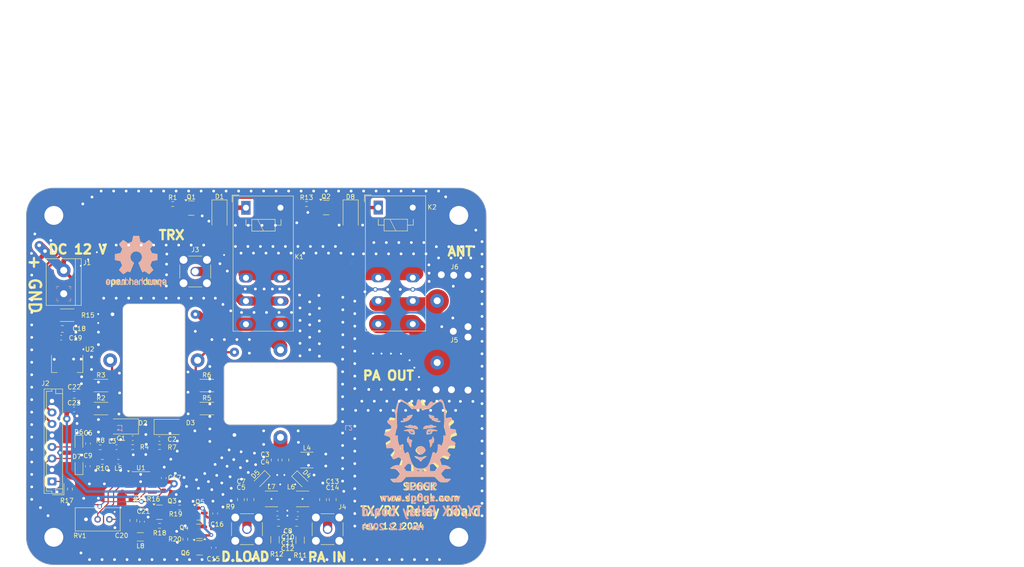
<source format=kicad_pcb>
(kicad_pcb (version 20240108) (generator "pcbnew") (generator_version "8.0")
  (title_block (title "Power amplifier TX/RX relay board") (date "2024-09-05") (rev "1.2") (company "SP6GK"))
  (layers (0 "F.Cu" signal) (31 "B.Cu" signal) (34 "B.Paste" user) (35 "F.Paste" user) (36 "B.SilkS" user "B.Silkscreen") (37 "F.SilkS" user "F.Silkscreen") (38 "B.Mask" user) (39 "F.Mask" user) (44 "Edge.Cuts" user))
  (net 0 "")
  (net 1 "GND")
  (net 2 "+5V")
  (net 3 "Net-(D2-K)")
  (net 4 "Net-(D3-K)")
  (net 5 "Net-(D4-K)")
  (net 6 "Net-(D5-A)")
  (net 7 "Net-(C11-Pad1)")
  (net 8 "Net-(U2-VI)")
  (net 9 "Net-(D4-A)")
  (net 10 "Net-(J4-In)")
  (net 11 "~{Bias}")
  (net 12 "Bias")
  (net 13 "+12V")
  (net 14 "Net-(D1-K)")
  (net 15 "Net-(D2-A)")
  (net 16 "Net-(D3-A)")
  (net 17 "Net-(D8-K)")
  (net 18 "HIGH_PWR_IN")
  (net 19 "REF_PWR")
  (net 20 "FWD_PWR")
  (net 21 "Rel1")
  (net 22 "Net-(J3-In)")
  (net 23 "Net-(J5-In)")
  (net 24 "Net-(J6-In)")
  (net 25 "Net-(K1-Pad12)")
  (net 26 "Net-(K1-Pad14)")
  (net 27 "Net-(Q1-B)")
  (net 28 "Net-(Q3-B)")
  (net 29 "Net-(Q2-B)")
  (net 30 "Net-(L3-Pad2)")
  (net 31 "Net-(L5-Pad2)")
  (net 32 "Net-(R14-Pad2)")
  (net 33 "Net-(Q3-C)")
  (net 34 "Net-(R16-Pad2)")
  (net 35 "Net-(U1--)")
  (net 36 "Rel2")
  (net 37 "Net-(C3-Pad1)")
  (net 38 "Net-(C5-Pad2)")
  (net 39 "Net-(C10-Pad1)")
  (net 40 "Net-(Q4-E)")
  (net 41 "Net-(Q4-C)")
  (net 42 "Net-(Q4-B)")
  (footprint "Diode_SMD:D_SOD-323" (layer "F.Cu") (at 76.454 113.4364 -90)
    (property "Reference" "D6")
    (property "Value" "D_TVS")
  )
  (footprint "Inductor_SMD:L_0603_1608Metric_Pad1.05x0.95mm_HandSolder" (layer "F.Cu") (at 85.0138 117.5598 180)
    (property "Reference" "L5")
    (property "Value" "L_Small")
  )
  (footprint "Relay_THT:Relay_SPDT_Schrack-RT1-16A-FormC_RM5mm" (layer "F.Cu") (at 112.75 62.3228 -90)
    (property "Reference" "K1")
    (property "Value" "RT314A05")
  )
  (footprint "Resistor_SMD:R_0603_1608Metric_Pad0.98x0.95mm_HandSolder" (layer "F.Cu") (at 94.886 124.7885 90)
    (property "Reference" "R16")
    (property "Value" "1k")
  )
  (footprint "Resistor_SMD:R_0603_1608Metric_Pad0.98x0.95mm_HandSolder" (layer "F.Cu") (at 81.5594 117.5852 180)
    (property "Reference" "R10")
    (property "Value" "100")
  )
  (footprint "Capacitor_SMD:C_0805_2012Metric_Pad1.18x1.45mm_HandSolder" (layer "F.Cu") (at 88.282 130.35 90)
    (property "Reference" "C20")
    (property "Value" "1u")
  )
  (footprint "Capacitor_SMD:C_0603_1608Metric_Pad1.08x0.95mm_HandSolder" (layer "F.Cu") (at 119.568808 128.826746)
    (property "Reference" "C10")
    (property "Value" "100n")
  )
  (footprint "logo" (layer "F.Cu") (at 150.549159 113.025)
    (property "Reference" "G***" (hide yes))
    (property "Value" "LOGO" (hide yes))
  )
  (footprint "Package_TO_SOT_SMD:SOT-223-3_TabPin2" (layer "F.Cu") (at 73.9 96.25 -90)
    (property "Reference" "U2")
    (property "Value" "AMS1117-5.0")
  )
  (footprint "Resistor_SMD:R_0603_1608Metric_Pad0.98x0.95mm_HandSolder" (layer "F.Cu") (at 88.138 114.3762)
    (property "Reference" "R4")
    (property "Value" "10k")
  )
  (footprint "Package_TO_SOT_SMD:SOT-23" (layer "F.Cu") (at 102.6375 132.7 180)
    (property "Reference" "Q4")
    (property "Value" "BC807")
  )
  (footprint "Relay_THT:Relay_SPDT_Schrack-RT1-16A-FormC_RM5mm" (layer "F.Cu") (at 141.5 62.29 -90)
    (property "Reference" "K2")
    (property "Value" "RT314A05")
  )
  (footprint "Package_TO_SOT_SMD:SOT-23" (layer "F.Cu") (at 100.8625 62.4)
    (property "Reference" "Q1")
    (property "Value" "BC807")
  )
  (footprint "Capacitor_SMD:C_0603_1608Metric_Pad1.08x0.95mm_HandSolder" (layer "F.Cu") (at 88.138 112.4204)
    (property "Reference" "C1")
    (property "Value" "100n")
  )
  (footprint "Capacitor_SMD:C_0805_2012Metric_Pad1.18x1.45mm_HandSolder" (layer "F.Cu") (at 131.6 125.8 -90)
    (property "Reference" "C14")
    (property "Value" "22n")
  )
  (footprint "TerminalBlock:TerminalBlock_bornier-2_P5.08mm" (layer "F.Cu") (at 73.152 81.026 90)
    (property "Reference" "J1")
    (property "Value" "Screw_Terminal_01x02")
  )
  (footprint "Inductor_SMD:L_1812_4532Metric_Pad1.30x3.40mm_HandSolder" (layer "F.Cu") (at 118.298808 125.651746)
    (property "Reference" "L7")
    (property "Value" "1m")
  )
  (footprint "Resistor_SMD:R_1206_3216Metric_Pad1.30x1.75mm_HandSolder" (layer "F.Cu") (at 124.521808 134.62 -90)
    (property "Reference" "R11")
    (property "Value" "510")
  )
  (footprint "Capacitor_SMD:C_0603_1608Metric_Pad1.08x0.95mm_HandSolder" (layer "F.Cu") (at 94.886 121.1055 90)
    (property "Reference" "C17")
    (property "Value" "100n")
  )
  (footprint "Capacitor_SMD:C_0603_1608Metric_Pad1.08x0.95mm_HandSolder" (layer "F.Cu") (at 72.6085 90.605)
    (property "Reference" "C19")
    (property "Value" "100n")
  )
  (footprint "Inductor_SMD:L_1812_4532Metric_Pad1.30x3.40mm_HandSolder" (layer "F.Cu") (at 126 117.1995)
    (property "Reference" "L4")
    (property "Value" "1m")
  )
  (footprint "Resistor_SMD:R_0603_1608Metric_Pad0.98x0.95mm_HandSolder" (layer "F.Cu") (at 93.997 131.493)
    (property "Reference" "R18")
    (property "Value" "1k")
  )
  (footprint "Capacitor_SMD:C_0603_1608Metric_Pad1.08x0.95mm_HandSolder" (layer "F.Cu") (at 124.013808 128.953746 180)
    (property "Reference" "C8")
    (property "Value" "100n")
  )
  (footprint "Capacitor_SMD:C_0603_1608Metric_Pad1.08x0.95mm_HandSolder" (layer "F.Cu") (at 75.4 106.2)
    (property "Reference" "C23")
    (property "Value" "100n")
  )
  (footprint "Resistor_SMD:R_0603_1608Metric_Pad0.98x0.95mm_HandSolder" (layer "F.Cu") (at 96.839 61.534)
    (property "Reference" "R1")
    (property "Value" "10k")
  )
  (footprint "Diode_SMD:D_SMA" (layer "F.Cu") (at 85.9 109.9 180)
    (property "Reference" "D2")
    (property "Value" "Schottky")
  )
  (footprint "Resistor_SMD:R_0603_1608Metric_Pad0.98x0.95mm_HandSolder" (layer "F.Cu") (at 98.35 127.525 180)
    (property "Reference" "R19")
    (property "Value" "1k")
  )
  (footprint "Capacitor_SMD:C_0603_1608Metric_Pad1.08x0.95mm_HandSolder" (layer "F.Cu") (at 90.187 130.604 90)
    (property "Reference" "C21")
    (property "Value" "100n")
  )
  (footprint "Diode_SMD:D_SMA" (layer "F.Cu") (at 107 64.135 -90)
    (property "Reference" "D1")
    (property "Value" "1N4007")
  )
  (footprint "Package_TO_SOT_SMD:SOT-23" (layer "F.Cu") (at 102.7625 128.7)
    (property "Reference" "Q5")
    (property "Value" "BC807")
  )
  (footprint "Capacitor_SMD:C_0805_2012Metric_Pad1.18x1.45mm_HandSolder" (layer "F.Cu") (at 121.319377 117.171123 -90)
    (property "Reference" "C3")
    (property "Value" "22n")
  )
  (footprint "Capacitor_SMD:C_0805_2012Metric_Pad1.18x1.45mm_HandSolder" (layer "F.Cu") (at 113.75 125.8 -90)
    (property "Reference" "C5")
    (property "Value" "22n")
  )
  (footprint "Capacitor_SMD:C_0805_2012Metric_Pad1.18x1.45mm_HandSolder" (layer "F.Cu") (at 119.801308 130.858746)
    (property "Reference" "C12")
    (property "Value" "1u")
  )
  (footprint "Diode_SMD:D_SOD-323_HandSoldering" (layer "F.Cu") (at 124.7 121.55 -45)
    (property "Reference" "D4")
    (property "Value" "BAP64")
  )
  (footprint "Capacitor_SMD:C_0805_2012Metric_Pad1.18x1.45mm_HandSolder" (layer "F.Cu") (at 72.8625 88.7)
    (property "Reference" "C18")
    (property "Value" "10u")
  )
  (footprint "Diode_SMD:D_SOD-323" (layer "F.Cu") (at 76.4794 118.7536 90)
    (property "Reference" "D7")
    (property "Value" "D_TVS")
  )
  (footprint "Package_TO_SOT_SMD:SOT-23" (layer "F.Cu") (at 93.9375 128.55)
    (property "Reference" "Q3")
    (property "Value" "BC846")
  )
  (footprint "Connector_Coaxial:SMA_Amphenol_901-144_Vertical" (layer "F.Cu") (at 130.490808 132.2325 -90)
    (property "Reference" "J4")
    (property "Value" "IN_RF_Deck")
  )
  (footprint "Resistor_SMD:R_0603_1608Metric_Pad0.98x0.95mm_HandSolder" (layer "F.Cu") (at 99.585 134.414 90)
    (property "Reference" "R20")
    (property "Value" "10k")
  )
  (footprint "Capacitor_SMD:C_0805_2012Metric_Pad1.18x1.45mm_HandSolder" (layer "F.Cu") (at 119 117.1995 -90)
    (property "Reference" "C4")
    (property "Value" "100n")
  )
  (footprint "Resistor_SMD:R_2010_5025Metric_Pad1.40x2.65mm_HandSolder" (layer "F.Cu") (at 104.25 101)
    (property "Reference" "R6")
    (property "Value" "100")
  )
  (footprint "Capacitor_SMD:C_0603_1608Metric_Pad1.08x0.95mm_HandSolder" (layer "F.Cu") (at 78.3844 118.5504 -90)
    (property "Reference" "C9")
    (property "Value" "100n")
  )
  (footprint "Inductor_SMD:L_1812_4532Metric_Pad1.30x3.40mm_HandSolder" (layer "F.Cu") (at 125.05 125.65)
    (property "Reference" "L6")
    (property "Value" "1m")
  )
  (footprint "Resistor_SMD:R_0603_1608Metric_Pad0.98x0.95mm_HandSolder" (layer "F.Cu") (at 125.9125 61.534)
    (property "Reference" "R13")
    (property "Value" "10k")
  )
  (footprint "Capacitor_SMD:C_0805_2012Metric_Pad1.18x1.45mm_HandSolder" (layer "F.Cu") (at 123.759808 130.858746 180)
    (property "Reference" "C11")
    (property "Value" "1u")
  )
  (footprint "Inductor_SMD:L_0603_1608Metric_Pad1.05x0.95mm_HandSolder" (layer "F.Cu") (at 84.6074 114.4016 180)
    (property "Reference" "L3")
    (property "Value" "L_Small")
  )
  (footprint "Package_TO_SOT_SMD:SOT-23" (layer "F.Cu") (at 102.6625 136.3)
    (property "Reference" "Q6")
    (property "Value" "BC807")
  )
  (footprint "Capacitor_SMD:C_0805_2012Metric_Pad1.18x1.45mm_HandSolder" (layer "F.Cu") (at 111.65 125.8 -90)
    (property "Reference" "C7")
    (property "Value" "100n")
  )
  (footprint "Package_TO_SOT_SMD:SOT-23" (layer "F.Cu") (at 130.1625 62.3)
    (property "Reference" "Q2")
    (property "Value" "BC807")
  )
  (footprint "Diode_SMD:D_SMA" (layer "F.Cu") (at 96.3 110)
    (property "Reference" "D3")
    (property "Value" "Schottky")
  )
  (footprint "Resistor_SMD:R_2010_5025Metric_Pad1.40x2.65mm_HandSolder" (layer "F.Cu") (at 81.25 106)
    (property "Reference" "R2")
    (property "Value" "100")
  )
  (footprint "Capacitor_SMD:C_0603_1608Metric_Pad1.08x0.95mm_HandSolder" (layer "F.Cu") (at 93.9546 112.5982 180)
    (property "Reference" "C2")
    (property "Value" "100n")
  )
  (footprint "Symbol:OSHW-Logo2_14.6x12mm_SilkScreen" (layer "F.Cu") (at 88.9 74)
    (property "Reference" "REF**" (hide yes))
    (property "Value" "OSHW-Logo2_14.6x12mm_SilkScreen" (hide yes))
  )
  (footprint "Capacitor_SMD:C_1206_3216Metric_Pad1.33x1.80mm_HandSolder" (layer "F.Cu") (at 89.806 133.906)
    (property "Reference" "L8")
    (property "Value" "100u")
  )
  (footprint "Capacitor_SMD:C_0805_2012Metric_Pad1.18x1.45mm_HandSolder" (layer "F.Cu") (at 75.438 103)
    (property "Reference" "C22")
    (property "Value" "10u")
  )
  (footprint "TXRX_rel_lib:Coax_solder" (layer "F.Cu") (at 158 96 180)
    (property "Reference" "J5")
    (property "Value" "OUT_RF_Deck")
  )
  (footprint "Diode_SMD:D_SOD-323_HandSoldering" (layer "F.Cu") (at 116 121.5 -135)
    (property "Reference" "D5")
    (property "Value" "BAP64")
  )
  (footprint "Capacitor_SMD:C_0603_1608Metric_Pad1.08x0.95mm_HandSolder" (layer "F.Cu") (at 106.062 128.826 90)
    (property "Reference" "C16")
    (property "Value" "100n")
  )
  (footprint "Resistor_SMD:R_2010_5025Metric_Pad1.40x2.65mm_HandSolder" (layer "F.Cu") (at 81.25 101)
    (property "Reference" "R3")
    (property "Value" "100")
  )
  (footprint "Resistor_SMD:R_0603_1608Metric_Pad0.98x0.95mm_HandSolder" (layer "F.Cu") (at 74.5 123.5 -90)
    (property "Reference" "R17")
    (property "Value" "1k")
  )
  (footprint "Diode_SMD:D_SMA" (layer "F.Cu") (at 135.5 64.135 -90)
    (property "Reference" "D8")
    (property "Value" "1N4007")
  )
  (footprint "Capacitor_SMD:C_0603_1608Metric_Pad1.08x0.95mm_HandSolder" (layer "F.Cu") (at 105.727 136.25 -90)
    (property "Reference" "C15")
    (property "Value" "100n")
  )
  (footprint "Capacitor_SMD:C_0603_1608Metric_Pad1.08x0.95mm_HandSolder" (layer "F.Cu") (at 78.4352 113.6142 90)
    (property "Reference" "C6")
    (property "Value" "100n")
  )
  (footprint "Capacitor_SMD:C_0805_2012Metric_Pad1.18x1.45mm_HandSolder" (layer "F.Cu") (at 129.5 125.814848 -90)
    (property "Reference" "C13")
    (property "Value" "100n")
  )
  (footprint "Connector_JST:JST_EH_B8B-EH-A_1x08_P2.50mm_Vertical" (layer "F.Cu") (at 70.6 121.85 90)
    (property "Reference" "J2")
    (property "Value" "Conn_01x08")
  )
  (footprint "Connector_Coaxial:SMA_Amphenol_901-144_Vertical" (layer "F.Cu") (at 101.727 76.2)
    (property "Reference" "J3")
    (property "Value" "IN")
  )
  (footprint "Potentiometer_THT:Potentiometer_Bourns_3296W_Vertical" (layer "F.Cu") (at 83.075 130.096)
    (property "Reference" "RV1")
    (property "Value" "10k")
  )
  (footprint "Resistor_SMD:R_2010_5025Metric_Pad1.40x2.65mm_HandSolder" (layer "F.Cu") (at 104.25 106)
    (property "Reference" "R5")
    (property "Value" "100")
  )
  (footprint "Connector_Coaxial:SMA_Amphenol_901-144_Vertical" (layer "F.Cu") (at 112.969808 132.2325)
    (property "Reference" "R9")
    (property "Value" "50")
  )
  (footprint "TXRX_rel_lib:Coax_solder" (layer "F.Cu") (at 158 82.55 180)
    (property "Reference" "J6")
    (property "Value" "OUT")
  )
  (footprint "Resistor_SMD:R_2010_5025Metric_Pad1.40x2.65mm_HandSolder" (layer "F.Cu") (at 73.9 85.7 180)
    (property "Reference" "R15")
    (property "Value" "10")
  )
  (footprint "Resistor_SMD:R_0603_1608Metric_Pad0.98x0.95mm_HandSolder" (layer "F.Cu") (at 93.98 114.3762 180)
    (property "Reference" "R7")
    (property "Value" "10k")
  )
  (footprint "Package_SO:SOIC-8_3.9x4.9mm_P1.27mm" (layer "F.Cu") (at 89.925 122.295)
    (property "Reference" "U1")
    (property "Value" "OP07")
  )
  (footprint "Resistor_SMD:R_0603_1608Metric_Pad0.98x0.95mm_HandSolder" (layer "F.Cu") (at 87.7316 126.746 -90)
    (property "Reference" "R14")
    (property "Value" "1k")
  )
  (footprint "Resistor_SMD:R_1206_3216Metric_Pad1.30x1.75mm_HandSolder" (layer "F.Cu") (at 119.060808 134.541746 -90)
    (property "Reference" "R12")
    (property "Value" "510")
  )
  (footprint "Resistor_SMD:R_0603_1608Metric_Pad0.98x0.95mm_HandSolder" (layer "F.Cu") (at 81.0768 114.427 180)
    (property "Reference" "R8")
    (property "Value" "100")
  )
  (footprint "Symbol:OSHW-Logo2_14.6x12mm_SilkScreen" (layer "B.Cu") (at 88.9 74 180)
    (property "Reference" "REF**" (hide yes))
    (property "Value" "OSHW-Logo2_14.6x12mm_SilkScreen" (hide yes))
  )
  (footprint "TXRX_rel_lib:FT82_trafo" (layer "B.Cu") (at 120.25 102.75)
    (property "Reference" "L2")
    (property "Value" "L_Ferrite_Coupled")
    (fp_line (start -12.25 5.5) (end -12.25 -5.5) (stroke (width 0.12)) (layer "Edge.Cuts"))
    (fp_line (start -11 -6.75) (end 11 -6.75) (stroke (width 0.12)) (layer "Edge.Cuts"))
    (fp_line (start 11 6.75) (end -11 6.75) (stroke (width 0.12)) (layer "Edge.Cuts"))
    (fp_line (start 12.25 -5.5) (end 12.25 5.5) (stroke (width 0.12)) (layer "Edge.Cuts"))
    (fp_arc (start -12.25 -5.5) (mid -11.883883 -6.383883) (end -11 -6.75) (stroke (width 0.12)) (layer "Edge.Cuts"))
    (fp_arc (start -11 6.75) (mid -11.883883 6.383883) (end -12.25 5.5) (stroke (width 0.12)) (layer "Edge.Cuts"))
    (fp_arc (start 11 -6.75) (mid 11.883883 -6.383883) (end 12.25 -5.5) (stroke (width 0.12)) (layer "Edge.Cuts"))
    (fp_arc (start 12.25 5.5) (mid 11.883883 6.383883) (end 11 6.75) (stroke (width 0.12)) (layer "Edge.Cuts"))
  )
  (footprint "logo" (layer "B.Cu") (at 150.85 113 180)
    (property "Reference" "G***" (hide yes))
    (property "Value" "LOGO" (hide yes))
  )
  (footprint "TXRX_rel_lib:FT82_trafo" (layer "B.Cu") (at 92.75 95.5 -90)
    (property "Reference" "L1")
    (property "Value" "L_Ferrite_Coupled")
    (fp_line (start 11 6.75) (end -11 6.75) (stroke (width 0.12)) (layer "Edge.Cuts"))
    (fp_line (start -12.25 5.5) (end -12.25 -5.5) (stroke (width 0.12)) (layer "Edge.Cuts"))
    (fp_line (start 12.25 -5.5) (end 12.25 5.5) (stroke (width 0.12)) (layer "Edge.Cuts"))
    (fp_line (start -11 -6.75) (end 11 -6.75) (stroke (width 0.12)) (layer "Edge.Cuts"))
    (fp_arc (start -11 6.75) (mid -11.883883 6.383883) (end -12.25 5.5) (stroke (width 0.12)) (layer "Edge.Cuts"))
    (fp_arc (start 12.25 5.5) (mid 11.883883 6.383883) (end 11 6.75) (stroke (width 0.12)) (layer "Edge.Cuts"))
    (fp_arc (start -12.25 -5.5) (mid -11.883883 -6.383883) (end -11 -6.75) (stroke (width 0.12)) (layer "Edge.Cuts"))
    (fp_arc (start 11 -6.75) (mid 11.883883 -6.383883) (end 12.25 -5.5) (stroke (width 0.12)) (layer "Edge.Cuts"))
  )
  (gr_arc (start 165 134) (mid 163.242641 138.242641) (end 159 140) (stroke (width 0.1)) (layer "Edge.Cuts"))
  (gr_line (start 65 64) (end 65 134) (stroke (width 0.1)) (layer "Edge.Cuts"))
  (gr_arc (start 65 64) (mid 66.757359 59.757359) (end 71 58) (stroke (width 0.1)) (layer "Edge.Cuts"))
  (gr_line (start 159 58) (end 71 58) (stroke (width 0.1)) (layer "Edge.Cuts"))
  (gr_arc (start 159 58) (mid 163.242641 59.757359) (end 165 64) (stroke (width 0.1)) (layer "Edge.Cuts"))
  (gr_line (start 165 134) (end 165 64) (stroke (width 0.1)) (layer "Edge.Cuts"))
  (gr_line (start 71 140) (end 159 140) (stroke (width 0.1)) (layer "Edge.Cuts"))
  (gr_arc (start 71 140) (mid 66.757359 138.242641) (end 65 134) (stroke (width 0.1)) (layer "Edge.Cuts"))
  (gr_text "SP6GK\nwww.sp6gk.com\n" (at 150.7 126.275 0) (layer "B.SilkS") (effects (font (size 1.5 1.5) (thickness 0.3) (bold yes)) (justify bottom mirror)))
  (gr_text "rev. 1.2 2024" (at 151.675 132.5 0) (layer "B.SilkS") (effects (font (size 1.3 1.3) (thickness 0.3) (bold yes)) (justify left bottom mirror)))
  (gr_text "TX/RX Relay board" (at 164.175 129.5 0) (layer "B.SilkS") (effects (font (size 2 1.8) (thickness 0.4) (bold yes)) (justify left bottom mirror)))
  (gr_text "SP6GK\nwww.sp6gk.com\n" (at 150.5 126.275 0) (layer "F.SilkS") (effects (font (size 1.5 1.5) (thickness 0.3) (bold yes)) (justify bottom)))
  (gr_text "DC 12 V" (at 76.2 72.55 0) (layer "F.SilkS") (effects (font (size 2 2) (thickness 0.5) (bold yes)) (justify bottom)))
  (gr_text "PA OUT" (at 143.7 100 0) (layer "F.SilkS") (effects (font (size 2 2) (thickness 0.5) (bold yes)) (justify bottom)))
  (gr_text "TRX" (at 96.6 69.45 0) (layer "F.SilkS") (effects (font (size 2 2) (thickness 0.5) (bold yes)) (justify bottom)))
  (gr_text "PA IN" (at 130.4 139.5 0) (layer "F.SilkS") (effects (font (size 2 2) (thickness 0.5) (bold yes)) (justify bottom)))
  (gr_text "ANT" (at 159.3 73 0) (layer "F.SilkS") (effects (font (size 2 2) (thickness 0.5) (bold yes)) (justify bottom)))
  (gr_text "+ GND" (at 65.405 78.9686 270) (layer "F.SilkS") (effects (font (size 2.5 2.5) (thickness 0.5) (bold yes)) (justify bottom)))
  (gr_text "TX/RX Relay board" (at 137.375 129.5 0) (layer "F.SilkS") (effects (font (size 2 1.8) (thickness 0.4) (bold yes)) (justify left bottom)))
  (gr_text "rev. 1.2 2024" (at 137.7 132.35 0) (layer "F.SilkS") (effects (font (size 1.3 1.3) (thickness 0.3) (bold yes)) (justify left bottom)))
  (gr_text "D.LOAD" (at 112.6 139.4 0) (layer "F.SilkS") (effects (font (size 2 2) (thickness 0.5) (bold yes)) (justify bottom)))
  (via (at 132.886266 58.7) (size 1) (drill 0.6) (layers "F.Cu" "B.Cu") (net 1))
  (via (at 98.134314 70.45) (size 1) (drill 0.6) (layers "F.Cu" "B.Cu") (net 1))
  (via (at 164.05 123.9) (size 1) (drill 0.6) (layers "F.Cu" "B.Cu") (net 1))
  (via (at 87.27157 82) (size 1) (drill 0.6) (layers "F.Cu" "B.Cu") (net 1))
  (via (at 113.180396 70.75) (size 1) (drill 0.6) (layers "F.Cu" "B.Cu") (net 1))
  (via (at 66.2 123.04) (size 1) (drill 0.6) (layers "F.Cu" "B.Cu") (net 1))
  (via (at 95.5 76.9) (size 1) (drill 0.6) (layers "F.Cu" "B.Cu") (net 1))
  (via (at 96.4184 117.0178) (size 1) (drill 0.6) (layers "F.Cu" "B.Cu") (net 1))
  (via (at 66.2 90.52) (size 1) (drill 0.6) (layers "F.Cu" "B.Cu") (net 1))
  (via (at 149 80.1) (size 1) (drill 0.6) (layers "F.Cu" "B.Cu") (net 1))
  (via (at 86.913734 138.85) (size 1) (drill 0.6) (layers "F.Cu" "B.Cu") (net 1))
  (via (at 164.05 91.38) (size 1) (drill 0.6) (layers "F.Cu" "B.Cu") (net 1))
  (via (at 139.440198 101.85) (size 1) (drill 0.6) (layers "F.Cu" "B.Cu") (net 1))
  (via (at 126.6 87.784314) (size 1) (drill 0.6) (layers "F.Cu" "B.Cu") (net 1))
  (via (at 143.94314 138.85) (size 1) (drill 0.6) (layers "F.Cu" "B.Cu") (net 1))
  (via (at 128.7 86.915686) (size 1) (drill 0.6) (layers "F.Cu" "B.Cu") (net 1))
  (via (at 97.6 124.7) (size 1) (drill 0.6) (layers "F.Cu" "B.Cu") (net 1))
  (via (at 102 121.484314) (size 1) (drill 0.6) (layers "F.Cu" "B.Cu") (net 1))
  (via (at 80.7 102.962744) (size 1) (drill 0.6) (layers "F.Cu" "B.Cu") (net 1))
  (via (at 157.7 86.3) (size 1) (drill 0.6) (layers "F.Cu" "B.Cu") (net 1))
  (via (at 77.0636 116.1034) (size 1) (drill 0.6) (layers "F.Cu" "B.Cu") (net 1))
  (via (at 164.05 104.93) (size 1) (drill 0.6) (layers "F.Cu" "B.Cu") (net 1))
  (via (at 121.75 129.3) (size 0.8) (drill 0.4) (layers "F.Cu" "B.Cu") (net 1))
  (via (at 136.4 82.65) (size 1) (drill 0.6) (layers "F.Cu" "B.Cu") (net 1))
  (via (at 79.2 94.784314) (size 1) (drill 0.6) (layers "F.Cu" "B.Cu") (net 1))
  (via (at 133.8 84.515686) (size 1) (drill 0.6) (layers "F.Cu" "B.Cu") (net 1))
  (via (at 140.640198 104.4) (size 1) (drill 0.6) (layers "F.Cu" "B.Cu") (net 1))
  (via (at 102.43 123.34) (size 1) (drill 0.6) (layers "F.Cu" "B.Cu") (net 1))
  (via (at 133.75 116.75) (size 1) (drill 0.6) (layers "F.Cu" "B.Cu") (net 1))
  (via (at 100.15 102.45) (size 1) (drill 0.6) (layers "F.Cu" "B.Cu") (net 1))
  (via (at 85.3 102.6) (size 1) (drill 0.6) (layers "F.Cu" "B.Cu") (net 1))
  (via (at 146.464696 58.7) (size 1) (drill 0.6) (layers "F.Cu" "B.Cu") (net 1))
  (via (at 162.265686 70.8) (size 1) (drill 0.6) (layers "F.Cu" "B.Cu") (net 1))
  (via (at 110.45 66.15) (size 1) (drill 0.6) (layers "F.Cu" "B.Cu") (net 1))
  (via (at 110.46471 70.75) (size 1) (drill 0.6) (layers "F.Cu" "B.Cu") (net 1))
  (via (at 108.7 76.1) (size 1) (drill 0.6) (layers "F.Cu" "B.Cu") (net 1))
  (via (at 144.87157 101.85) (size 1) (drill 0.6) (layers "F.Cu" "B.Cu") (net 1))
  (via (at 80.7 89.384314) (size 1) (drill 0.6) (layers "F.Cu" "B.Cu") (net 1))
  (via (at 106.1 82) (size 1) (drill 0.6) (layers "F.Cu" "B.Cu") (net 1))
  (via (at 117.105884 72.2) (size 1) (drill 0.6) (layers "F.Cu" "B.Cu") (net 1))
  (via (at 136.4 120.697058) (size 1) (drill 0.6) (layers "F.Cu" "B.Cu") (net 1))
  (via (at 164.05 126.61) (size 1) (drill 0.6) (layers "F.Cu" "B.Cu") (net 1))
  (via (at 133.75 103.418628) (size 1) (drill 0.6) (layers "F.Cu" "B.Cu") (net 1))
  (via (at 113.5 93.95) (size 1) (drill 0.6) (layers "F.Cu" "B.Cu") (net 1))
  (via (at 89.987256 82) (size 1) (drill 0.6) (layers "F.Cu" "B.Cu") (net 1))
  (via (at 136.4 131.559802) (size 1) (drill 0.6) (layers "F.Cu" "B.Cu") (net 1))
  (via (at 124.1 110.85) (size 1) (drill 0.6) (layers "F.Cu" "B.Cu") (net 1))
  (via (at 114.505884 85.1) (size 1) (drill 0.6) (layers "F.Cu" "B.Cu") (net 1))
  (via (at 124.4 81.315686) (size 1) (drill 0.6) (layers "F.Cu" "B.Cu") (net 1))
  (via (at 133 66.1) (size 1) (drill 0.6) (layers "F.Cu" "B.Cu") (net 1))
  (via (at 66.2 74.26) (size 1) (drill 0.6) (layers "F.Cu" "B.Cu") (net 1))
  (via (at 136.4 109.834314) (size 1) (drill 0.6) (layers "F.Cu" "B.Cu") (net 1))
  (via (at 103.20785 138.85) (size 1) (drill 0.6) (layers "F.Cu" "B.Cu") (net 1))
  (via (at 113 117.4) (size 1) (drill 0.6) (layers "F.Cu" "B.Cu") (net 1))
  (via (at 146.284314 80.1) (size 1) (drill 0.6) (layers "F.Cu" "B.Cu") (net 1))
  (via (at 144.737256 106.4) (size 1) (drill 0.6) (layers "F.Cu" "B.Cu") (net 1))
  (via (at 118.611768 70.75) (size 1) (drill 0.6) (layers "F.Cu" "B.Cu") (net 1))
  (via (at 97.7 132.7) (size 1) (drill 0.6) (layers "F.Cu" "B.Cu") (net 1))
  (via (at 127.968628 72.2) (size 1) (drill 0.6) (layers "F.Cu" "B.Cu") (net 1))
  (via (at 116.25 66.15) (size 1) (drill 0.6) (layers "F.Cu" "B.Cu") (net 1))
  (via (at 116.78628 138.85) (size 1) (drill 0.6) (layers "F.Cu" "B.Cu") (net 1))
  (via (at 94.996 118.745) (size 1) (drill 0.6) (layers "F.Cu" "B.Cu") (net 1))
  (via (at 164.05 113.06) (size 1) (drill 0.6) (layers "F.Cu" "B.Cu") (net 1))
  (via (at 77.4954 125.5268) (size 1) (drill 0.6) (layers "F.Cu" "B.Cu") (net 1))
  (via (at 80.7212 112.7506) (size 1) (drill 0.6) (layers "F.Cu" "B.Cu") (net 1))
  (via (at 115.896082 70.75) (size 1) (drill 0.6) (layers "F.Cu" "B.Cu") (net 1))
  (via (at 114.168628 138.8) (size 1) (drill 0.6) (layers "F.Cu" "B.Cu") (net 1))
  (via (at 126.6 82.8) (size 1) (drill 0.6) (layers "F.Cu" "B.Cu") (net 1))
  (via (at 128.7 94.615686) (size 1) (drill 0.6) (layers "F.Cu" "B.Cu") (net 1))
  (via (at 143.74901 58.7) (size 1) (drill 0.6) (layers "F.Cu" "B.Cu") (net 1))
  (via (at 126.6 93.215686) (size 1) (drill 0.6) (layers "F.Cu" "B.Cu") (net 1))
  (via (at 104.9 107.718628) (size 1) (drill 0.6) (layers "F.Cu" "B.Cu") (net 1))
  (via (at 97.4 120.1) (size 1) (drill 0.6) (layers "F.Cu" "B.Cu") (net 1))
  (via (at 80.65 87.4) (size 0.8) (drill 0.4) (layers "F.Cu" "B.Cu") (net 1))
  (via (at 135.601952 58.7) (size 1) (drill 0.6) (layers "F.Cu" "B.Cu") (net 1))
  (via (at 76.05 109.25) (size 1) (drill 0.6) (layers "F.Cu" "B.Cu") (net 1))
  (via (at 127.55 120.45) (size 1) (drill 0.6) (layers "F.Cu" "B.Cu") (net 1))
  (via (at 113.876464 58.7) (size 1) (drill 0.6) (layers "F.Cu" "B.Cu") (net 1))
  (via (at 66.2 79.68) (size 1) (drill 0.6) (layers "F.Cu" "B.Cu") (net 1))
  (via (at 122.023522 58.7) (size 1) (drill 0.6) (layers "F.Cu" "B.Cu") (net 1))
  (via (at 114.6 115.7) (size 1) (drill 0.6) (layers "F.Cu" "B.Cu") (net 1))
  (via (at 105.65 131.6) (size 1) (drill 0.6) (layers "F.Cu" "B.Cu") (net 1))
  (via (at 127.454894 58.7) (size 1) (drill 0.6) (layers "F.Cu" "B.Cu") (net 1))
  (via (at 71.1 95.3) (size 1) (drill 0.6) (layers "F.Cu" "B.Cu") (net 1))
  (via (at 70.35 69.45) (size 1) (drill 0.6) (layers "F.Cu" "B.Cu") (net 1))
  (via (at 124.5 86.831372) (size 1) (drill 0.6) (layers "F.Cu" "B.Cu") (net 1))
  (via (at 120.1 80) (size 1) (drill 0.6) (layers "F.Cu" "B.Cu") (net 1))
  (via (at 164.05 80.54) (size 1) (drill 0.6) (layers "F.Cu" "B.Cu") (net 1))
  (via (at 80.1116 119.4562) (size 1) (drill 0.6) (layers "F.Cu" "B.Cu") (net 1))
  (via (at 107.75 127.4) (size 1) (drill 0.6) (layers "F.Cu" "B.Cu") (net 1))
  (via (at 133.75 114.034314) (size 1) (drill 0.6) (layers "F.Cu" "B.Cu") (net 1))
  (via (at 109.55 126.05) (size 1) (drill 0.6) (layers "F.Cu" "B.Cu") (net 1))
  (via (at 100.298034 58.7) (size 1) (drill 0.6) (layers "F.Cu" "B.Cu") (net 1))
  (via (at 107.1 74.5) (size 1) (drill 0.6) (layers "F.Cu" "B.Cu") (net 1))
  (via (at 156.934314 104.4) (size 1) (drill 0.6) (layers "F.Cu" "B.Cu") (net 1))
  (via (at 149.180382 58.7) (size 1) (drill 0.6) (layers "F.Cu" "B.Cu") (net 1))
  (via (at 94.866662 58.7) (size 1) (drill 0.6) (layers "F.Cu" "B.Cu") (net 1))
  (via (at 74.2 126.85) (size 1) (drill 0.6) (layers "F.Cu" "B.Cu") (net 1))
  (via (at 91.2 127.95) (size 1) (drill 0.6) (layers "F.Cu" "B.Cu") (net 1))
  (via (at 92.702942 82) (size 1) (drill 0.6) (layers "F.Cu" "B.Cu") (net 1))
  (via (at 124.04314 70.75) (size 1) (drill 0.6) (layers "F.Cu" "B.Cu") (net 1))
  (via (at 89.8652 121.9) (size 1) (drill 0.6) (layers "F.Cu" "B.Cu") (net 1))
  (via (at 122.45 132.9) (size 0.8) (drill 0.4) (layers "F.Cu" "B.Cu") (net 1))
  (via (at 124.933338 138.85) (size 1) (drill 0.6) (layers "F.Cu" "B.Cu") (net 1))
  (via (at 80.7 92.1) (size 1) (drill 0.6) (layers "F.Cu" "B.Cu") (net 1))
  (via (at 88.265 116.0526) (size 1) (drill 0.6) (layers "F.Cu" "B.Cu") (net 1))
  (via (at 97.8408 113.0554) (size 1) (drill 0.6) (layers "F.Cu" "B.Cu") (net 1))
  (via (at 100.2 107.15) (size 1) (drill 0.6) (layers "F.Cu" "B.Cu") (net 1))
  (via (at 133.75 119.068628) (size 1) (drill 0.6) (layers "F.Cu" "B.Cu") (net 1))
  (via (at 107.5 122.184314) (size 1) (drill 0.6) (layers "F.Cu" "B.Cu") (net 1))
  (via (at 146.07157 104.4) (size 1) (drill 0.6) (layers "F.Cu" "B.Cu") (net 1))
  (via (at 95.418628 70.45) (size 1) (drill 0.6) (layers "F.Cu" "B.Cu") (net 1))
  (via (at 126.6 85.515686) (size 1) (drill 0.6) (layers "F.Cu" "B.Cu") (net 1))
  (via (at 161 77) (size 2) (drill 1.5) (layers "F.Cu" "B.Cu") (net 1))
  (via (at 133.75 97.987256) (size 1) (drill 0.6) (layers "F.Cu" "B.Cu") (net 1))
  (via (at 157.4 101.9) (size 2) (drill 1.5) (layers "F.Cu" "B.Cu") (net 1))
  (via (at 122.537256 72.2) (size 1) (drill 0.6) (layers "F.Cu" "B.Cu") (net 1))
  (via (at 111.790198 85.1) (size 1) (drill 0.6) (layers "F.Cu" "B.Cu") (net 1))
  (via (at 83.5406 112.7252) (size 1) (drill 0.6) (layers "F.Cu" "B.Cu") (net 1))
  (via (at 66.2 125.75) (size 1) (drill 0.6) (layers "F.Cu" "B.Cu") (net 1))
  (via (at 136.4 112.55) (size 1) (drill 0.6) (layers "F.Cu" "B.Cu") (net 1))
  (via (at 100.15 98.05) (size 1) (drill 0.6) (layers "F.Cu" "B.Cu") (net 1))
  (via (at 136.4 90.797058) (size 1) (drill 0.6) (layers "F.Cu" "B.Cu") (net 1))
  (via (at 162.7 67.2) (size 1) (drill 0.6) (layers "F.Cu" "B.Cu") (net 1))
  (via (at 111.160778 58.7) (size 1) (drill 0.6) (layers "F.Cu" "B.Cu") (net 1))
  (via (at 108.065686 91) (size 1) (drill 0.6) (layers "F.Cu" "B.Cu") (net 1))
  (via (at 133.75 121.784314) (size 1) (drill 0.6) (layers "F.Cu" "B.Cu") (net 1))
  (via (at 125.3 72.2) (size 1) (drill 0.6) (layers "F.Cu" "B.Cu") (net 1))
  (via (at 97.85 135.1) (size 1) (drill 0.6) (layers "F.Cu" "B.Cu") (net 1))
  (via (at 103.565686 82) (size 1) (drill 0.6) (layers "F.Cu" "B.Cu") (net 1))
  (via (at 128.7 91.9) (size 1) (drill 0.6) (layers "F.Cu" "B.Cu") (net 1))
  (via (at 84.2264 128.4732) (size 0.8) (drill 0.4) (layers "F.Cu" "B.Cu") (net 1))
  (via (at 109.45 84.75) (size 1) (drill 0.6) (layers "F.Cu" "B.Cu") (net 1))
  (via (at 66.2 87.81) (size 1) (drill 0.6) (layers "F.Cu" "B.Cu") (net 1))
  (via (at 117.22157 85.1) (size 1) (drill 0.6) (layers "F.Cu" "B.Cu") (net 1))
  (via (at 111.55 118.85) (size 1) (drill 0.6) (layers "F.Cu" "B.Cu") (net 1))
  (via (at 66.2 106.78) (size 1) (drill 0.6) (layers "F.Cu" "B.Cu") (net 1))
  (via (at 148.3 95.5) (size 0.8) (drill 0.4) (layers "F.Cu" "B.Cu") (net 1))
  (via (at 136.4 115.265686) (size 1) (drill 0.6) (layers "F.Cu" "B.Cu") (net 1))
  (via (at 133.8 81.8) (size 1) (drill 0.6) (layers "F.Cu" "B.Cu") (net 1))
  (via (at 164.05 96.8) (size 1) (drill 0.6) (layers "F.Cu" "B.Cu") (net 1))
  (via (at 142.2 94.05) (size 0.8) (drill 0.4) (layers "F.Cu" "B.Cu") (net 1))
  (via (at 137.924512 104.4) (size 1) (drill 0.6) (layers "F.Cu" "B.Cu") (net 1))
  (via (at 136.4 93.512744) (size 1) (drill 0.6) (layers "F.Cu" "B.Cu") (net 1))
  (via (at 146.658826 138.85) (size 1) (drill 0.6) (layers "F.Cu" "B.Cu") (net 1))
  (via (at 133.8 89.947058) (size 1) (drill 0.6) (layers "F.Cu" "B.Cu") (net 1))
  (via (at 130.17058 58.7) (size 1) (drill 0.6) (layers "F.Cu" "B.Cu") (net 1))
  (via (at 95.45 79.35) (size 1) (drill 0.6) (layers "F.Cu" "B.Cu") (net 1))
  (via (at 110.1 117.1) (size 1) (drill 0.6) (layers "F.Cu" "B.Cu") (net 1))
  (via (at 159 64) (size 6) (drill 4.1) (layers "F.Cu" "B.Cu") (net 1))
  (via (at 66.2 76.97) (size 1) (drill 0.6) (layers "F.Cu" "B.Cu") (net 1))
  (via (at 138.317638 58.7) (size 1) (drill 0.6) (layers "F.Cu" "B.Cu") (net 1))
  (via (at 89.62942 138.85) (size 1) (drill 0.6) (layers "F.Cu" "B.Cu") (net 1))
  (via (at 89.987256 70.45) (size 1) (drill 0.6) (layers "F.Cu" "B.Cu") (net 1))
  (via (at 124.739208 58.7) (size 1) (drill 0.6) (layers "F.Cu" "B.Cu") (net 1))
  (via (at 76.1 111.3) (size 1) (drill 0.6) (layers "F.Cu" "B.Cu") (net 1))
  (via (at 154.805884 138.85) (size 1) (drill 0.6) (layers "F.Cu" "B.Cu") (net 1))
  (via (at 98.134314 82) (size 1) (drill 0.6) (layers "F.Cu" "B.Cu") (net 1))
  (via (at 164.05 72.41) (size 1) (drill 0.6) (layers "F.Cu" "B.Cu") (net 1))
  (via (at 138.511768 138.85) (size 1) (drill 0.6) (layers "F.Cu" "B.Cu") (net 1))
  (via (at 136.590198 106.4) (size 1) (drill 0.6) (layers "F.Cu" "B.Cu") (net 1))
  (via (at 152.55 78.35) (size 1) (drill 0.6) (layers "F.Cu" "B.Cu") (net 1))
  (via (at 126.758826 70.75) (size 1) (drill 0.6) (layers "F.Cu" "B.Cu") (net 1))
  (via (at 77 100.6) (size 1) (drill 0.6) (layers "F.Cu" "B.Cu") (net 1))
  (via (at 133.75 111.318628) (size 1) (drill 0.6) (layers "F.Cu" "B.Cu") (net 1))
  (via (at 75.8 89.4) (size 1) (drill 0.6) (layers "F.Cu" "B.Cu") (net 1))
  (via (at 114.8 80) (size 1) (drill 0.6) (layers "F.Cu" "B.Cu") (net 1))
  (via (at 136.4 88.081372) (size 1) (drill 0.6) (layers "F.Cu" "B.Cu") (net 1))
  (via (at 147.587256 101.85) (size 1) (drill 0.6) (layers "F.Cu" "B.Cu") (net 1))
  (via (at 71 64) (size 6) (drill 4.1) (layers "F.Cu" "B.Cu") (net 1))
  (via (at 136.4 128.844116) (size 1) (drill 0.6) (layers "F.Cu" "B.Cu") (net 1))
  (via (at 104.7 65.25) (size 1) (drill 0.6) (layers "F.Cu" "B.Cu") (net 1))
  (via (at 80.7 111.109802) (size 1) (drill 0.6) (layers "F.Cu" "B.Cu") (net 1))
  (via (at 66.2 85.1) (size 1) (drill 0.6) (layers "F.Cu" "B.Cu") (net 1))
  (via (at 164.05 115.77) (size 1) (drill 0.6) (layers "F.Cu" "B.Cu") (net 1))
  (via (at 151.896068 58.7) (size 1) (drill 0.6) (layers "F.Cu" "B.Cu") (net 1))
  (via (at 104.9 110.434314) (size 1) (drill 0.6) (layers "F.Cu" "B.Cu") (net 1))
  (via (at 76.4 104.7) (size 1) (drill 0.6) (layers "F.Cu" "B.Cu") (net 1))
  (via (at 97.582348 58.7) (size 1) (drill 0.6) (layers "F.Cu" "B.Cu") (net 1))
  (via (at 98.34 126.2) (size 1) (drill 0.6) (layers "F.Cu" "B.Cu") (net 1))
  (via (at 85.4964 127.5334) (size 0.8) (drill 0.4) (layers "F.Cu" "B.Cu") (net 1))
  (via (at 127.649024 138.85) (size 1) (drill 0.6) (layers "F.Cu" "B.Cu") (net 1))
  (via (at 86.719604 58.7) (size 1) (drill 0.6) (layers "F.Cu" "B.Cu") (net 1))
  (via (at 116.6 110.85) (size 1) (drill 0.6) (layers "F.Cu" "B.Cu") (net 1))
  (via (at 152.55 76.55) (size 1) (drill 0.6) (layers "F.Cu" "B.Cu") (net 1))
  (via (at 84.003918 58.7) (size 1) (drill 0.6) (layers "F.Cu" "B.Cu") (net 1))
  (via (at 119.307836 58.7) (size 1) (drill 0.6) (layers "F.Cu" "B.Cu") (net 1))
  (via (at 84.198048 138.85) (size 1) (drill 0.6) (layers "F.Cu" "B.Cu") (net 1))
  (via (at 85.25 98.3) (size 1) (drill 0.6) (layers "F.Cu" "B.Cu") (net 1))
  (via (at 116.6 116.55) (size 1) (drill 0.6) (layers "F.Cu" "B.Cu") (net 1))
  (via (at 133.080396 138.85) (size 1) (drill 0.6) (layers "F.Cu" "B.Cu") (net 1))
  (via (at 140.540198 69.9) (size 1) (drill 0.6) (layers "F.Cu" "B.Cu") (net 1))
  (via (at 116.7 80) (size 1) (drill 0.6) (layers "F.Cu" "B.Cu") (net 1))
  (via (at 152.090198 138.85) (size 1) (drill 0.6) (layers "F.Cu" "B.Cu") (net 1))
  (via (at 133.75 108.85) (size 1) (drill 0.6) (layers "F.Cu" "B.Cu") (net 1))
  (via (at 116.59215 58.7) (size 1) (drill 0.6) (layers "F.Cu" "B.Cu") (net 1))
  (via (at 81.840198 82) (size 1) (drill 0.6) (layers "F.Cu" "B.Cu") (net 1))
  (via (at 71 134) (size 6) (drill 4.1) (layers "F.Cu" "B.Cu") (net 1))
  (via (at 109.1 115) (size 1) (drill 0.6) (layers "F.Cu" "B.Cu") (net 1))
  (via (at 66.2 120.33) (size 1) (drill 0.6) (layers "F.Cu" "B.Cu") (net 1))
  (via (at 77.3 61.5) (size 1) (drill 0.6) (layers "F.Cu" "B.Cu") (net 1))
  (via (at 108 72.6) (size 0.8) (drill 0.4) (layers "F.Cu" "B.Cu") (net 1))
  (via (at 105.923536 138.85) (size 1) (drill 0.6) (layers "F.Cu" "B.Cu") (net 1))
  (via (at 108.639222 138.85) (size 1) (drill 0.6) (layers "F.Cu" "B.Cu") (net 1))
  (via (at 66.2 98.65) (size 1) (drill 0.6) (layers "F.Cu" "B.Cu") (net 1))
  (via (at 140.35 94.05) (size 0.8) (drill 0.4) (layers "F.Cu" "B.Cu") (net 1))
  (via (at 143.568628 80.1) (size 1) (drill 0.6) (layers "F.Cu" "B.Cu") (net 1))
  (via (at 69.75 129.3) (size 1) (drill 0.6) (layers "F.Cu" "B.Cu") (net 1))
  (via (at 121.1 120.45) (size 0.8) (drill 0.4) (layers "F.Cu" "B.Cu") (net 1))
  (via (at 66.2 82.39) (size 1) (drill 0.6) (layers "F.Cu" "B.Cu") (net 1))
  (via (at 66.2 93.23) (size 1) (drill 0.6) (layers "F.Cu" "B.Cu") (net 1))
  (via (at 142.155884 101.85) (size 1) (drill 0.6) (layers "F.Cu" "B.Cu") (net 1))
  (via (at 136 72.4) (size 1) (drill 0.6) (layers "F.Cu" "B.Cu") (net 1))
  (via (at 141.033324 58.7) (size 1) (drill 0.6) (layers "F.Cu" "B.Cu") (net 1))
  (via (at 81.288232 58.7) (size 1) (drill 0.6) (layers "F.Cu" "B.Cu") (net 1))
  (via (at 143.255884 69.9) (size 1) (drill 0.6) (layers "F.Cu" "B.Cu") (net 1))
  (via (at 104.9 99.57157) (size 1) (drill 0.6) (layers "F.Cu" "B.Cu") (net 1))
  (via (at 132.190198 70.75) (size 1) (drill 0.6) (layers "F.Cu" "B.Cu") (net 1))
  (via (at 164.05 94.09) (size 1) (drill 0.6) (layers "F.Cu" "B.Cu") (net 1))
  (via (at 139.305884 106.4) (size 1) (drill 0.6) (layers "F.Cu" "B.Cu") (net 1))
  (via (at 121.05 134.3) (size 0.8) (drill 0.4) (layers "F.Cu" "B.Cu") (net 1))
  (via (at 100.85 70.45) (size 1) (drill 0.6) (layers "F.Cu" "B.Cu") (net 1))
  (via (at 123.8 65.6) (size 1) (drill 0.6) (layers "F.Cu" "B.Cu") (net 1))
  (via (at 71.7 124.1) (size 1) (drill 0.6) (layers "F.Cu" "B.Cu") (net 1))
  (via (at 91.5 129.6) (size 1) (drill 0.6) (layers "F.Cu" "B.Cu") (net 1))
  (via (at 130.1 118.5) (size 1) (drill 0.6) (layers "F.Cu" "B.Cu") (net 1))
  (via (at 119.55 120.45) (size 0.8) (drill 0.4) (layers "F.Cu" "B.Cu") (net 1))
  (via (at 80.7 108.394116) (size 1) (drill 0.6) (layers "F.Cu" "B.Cu") (net 1))
  (via (at 97.776478 138.85) (size 1) (drill 0.6) (layers "F.Cu" "B.Cu") (net 1))
  (via (at 155.2 76.9) (size 2) (drill 1.5) (layers "F.Cu" "B.Cu") (net 1))
  (via (at 119.82157 72.2) (size 1) (drill 0.6) (layers "F.Cu" "B.Cu") (net 1))
  (via (at 66.2 109.49) (size 1) (drill 0.6) (layers "F.Cu" "B.Cu") (net 1))
  (via (at 156.15 59.95) (size 1) (drill 0.6) (layers "F.Cu" "B.Cu") (net 1))
  (via (at 159.35 104.45) (size 1) (drill 0.6) (layers "F.Cu" "B.Cu") (net 1))
  (via (at 99.83 122.94) (size 1) (drill 0.6) (layers "F.Cu" "B.Cu") (net 1))
  (via (at 156.834314 70.8) (size 1) (drill 0.6) (layers "F.Cu" "B.Cu") (net 1))
  (via (at 146.45 94.1) (size 0.8) (drill 0.4) (layers "F.Cu" "B.Cu") (net 1))
  (via (at 81.482362 138.85) (size 1) (drill 0.6) (layers "F.Cu" "B.Cu") (net 1))
  (via (at 78.766676 138.85) (size 1) (drill 0.6) (layers "F.Cu" "B.Cu") (net 1))
  (via (at 128.6 81.4) (size 1) (drill 0.6) (layers "F.Cu" "B.Cu") (net 1))
  (via (at 164.05 77.83) (size 1) (drill 0.6) (layers "F.Cu" "B.Cu") (net 1))
  (via (at 154.611754 58.7) (size 1) (drill 0.6) (layers "F.Cu" "B.Cu") (net 1))
  (via (at 128.7 89.184314) (size 1) (drill 0.6) (layers "F.Cu" "B.Cu") (net 1))
  (via (at 121.1 132.9) (size 0.8) (drill 0.4) (layers "F.Cu" "B.Cu") (net 1))
  (via (at 89.9 127.95) (size 1) (drill 0.6) (layers "F.Cu" "B.Cu") (net 1))
  (via (at 126.35 118.35) (size 1) (drill 0.6) (layers "F.Cu" "B.Cu") (net 1))
  (via (at 97.8154 115.2652) (size 1) (drill 0.6) (layers "F.Cu" "B.Cu") (net 1))
  (via (at 85.15 107.2) (size 1) (drill 0.6) (layers "F.Cu" "B.Cu") (net 1))
  (via (at 161 88.2) (size 2) (drill 1.5) (layers "F.Cu" "B.Cu") (net 1))
  (via (at 130.36471 138.85) (size 1) (drill 0.6) (layers "F.Cu" "B.Cu") (net 1))
  (via (at 122.652942 85.1) (size 1) (drill 0.6) (layers "F.Cu" "B.Cu") (net 1))
  (via (at 141.227454 138.85) (size 1) (drill 0.6) (layers "F.Cu" "B.Cu") (net 1))
  (via (at 149.168628 72.35) (size 1) (drill 0.6) (layers "F.Cu" "B.Cu") (net 1))
  (via (at 78.486 111.3282) (size 1) (drill 0.6) (layers "F.Cu" "B.Cu") (net 1))
  (via (at 92.702942 70.45) (size 1) (drill 0.6) (layers "F.Cu" "B.Cu") (net 1))
  (via (at 80.7 100.247058) (size 1) (drill 0.6) (layers "F.Cu" "B.Cu") (net 1))
  (via (at 95.418628 82) (size 1) (drill 0.6) (layers "F.Cu" "B.Cu") (net 1))
  (via (at 77.05 99.1) (size 1) (drill 0.6) (layers "F.Cu" "B.Cu") (net 1))
  (via (at 84.555884 70.45) (size 1) (drill 0.6) (layers "F.Cu" "B.Cu") (net 1))
  (via (at 161 102) (size 2) (drill 1.5) (layers "F.Cu" "B.Cu") (net 1))
  (via (at 140.852942 80.1) (size 1) (drill 0.6) (layers "F.Cu" "B.Cu") (net 1))
  (via (at 123.45 122.5) (size 0.8) (drill 0.4) (layers "F.Cu" "B.Cu") (net 1))
  (via (at 104.6 121.884314) (size 1) (drill 0.6) (layers "F.Cu" "B.Cu") (net 1))
  (via (at 135.796082 138.85) (size 1) (drill 0.6) (layers "F.Cu" "B.Cu") (net 1))
  (via (at 87.27157 70.45) (size 1) (drill 0.6) (layers "F.Cu" "B.Cu") (net 1))
  (via (at 80.65 85.45) (size 0.8) (drill 0.4) (layers "F.Cu" "B.Cu") (net 1))
  (via (at 119.937256 85.1) (size 1) (drill 0.6) (layers "F.Cu" "B.Cu") (net 1))
  (via (at 82.9056 119.4562) (size 1) (drill 0.6) (layers "F.Cu" "B.Cu") (net 1))
  (via (at 136.4 126.12843) (size 1) (drill 0.6) (layers "F.Cu" "B.Cu") (net 1))
  (via (at 143.737256 72.35) (size 1) (drill 0.6) (layers "F.Cu" "B.Cu") (net 1))
  (via (at 114.390198 72.2) (size 1) (drill 0.6) (layers "F.Cu" "B.Cu") (net 1))
  (via (at 80.35 72) (size 0.8) (drill 0.4) (layers "F.Cu" "B.Cu") (net 1))
  (via (at 75.8 90.8) (size 1) (drill 0.6) (layers "F.Cu" "B.Cu") (net 1))
  (via (at 164.05 85.96) (size 1) (drill 0.6) (layers "F.Cu" "B.Cu") (net 1))
  (via (at 80.7 105.67843) (size 1) (drill 0.6) (layers "F.Cu" "B.Cu") (net 1))
  (via (at 81.840198 70.45) (size 1) (drill 0.6) (layers "F.Cu" "B.Cu") (net 1))
  (via (at 112.6 80) (size 1) (drill 0.6) (layers "F.Cu" "B.Cu") (net 1))
  (via (at 152.5 74.75) (size 1) (drill 0.6) (layers "F.Cu" "B.Cu") (net 1))
  (via (at 109.55 123.334314) (size 1) (drill 0.6) (layers "F.Cu" "B.Cu") (net 1))
  (via (at 136.4 96.22843) (size 1) (drill 0.6) (layers "F.Cu" "B.Cu") (net 1))
  (via (at 66.15 72.25) (size 1) (drill 0.6) (layers "F.Cu" "B.Cu") (net 1))
  (via (at 91.0844 113.7666) (size 1) (drill 0.6) (layers "F.Cu" "B.Cu") (net 1))
  (via (at 144.25 94.05) (size 0.8) (drill 0.4) (layers "F.Cu" "B.Cu") (net 1))
  (via (at 136.4 123.412744) (size 1) (drill 0.6) (layers "F.Cu" "B.Cu") (net 1))
  (via (at 105.729406 58.7) (size 1) (drill 0.6) (layers "F.Cu" "B.Cu") (net 1))
  (via (at 66.2 104.07) (size 1) (drill 0.6) (layers "F.Cu" "B.Cu") (net 1))
  (via (at 126.2 63.35) (size 1) (drill 0.6) (layers "F.Cu" "B.Cu") (net 1))
  (via (at 145.97157 69.9) (size 1) (drill 0.6) (layers "F.Cu" "B.Cu") (net 1))
  (via (at 114.85 118.2) (size 1) (drill 0.6) (layers "F.Cu" "B.Cu") (net 1))
  (via (at 103.565686 70.45) (size 1) (drill 0.6) (layers "F.Cu" "B.Cu") (net 1))
  (via (at 154.1 101.9) (size 2) (drill 1.5) (layers "F.Cu" "B.Cu") (net 1))
  (via (at 76.9 137.4) (size 1) (drill 0.6) (layers "F.Cu" "B.Cu") (net 1))
  (via (at 105.33 123.64) (size 1) (drill 0.6) (layers "F.Cu" "B.Cu") (net 1))
  (via (at 143.355884 104.4) (size 1) (drill 0.6) (layers "F.Cu" "B.Cu") (net 1))
  (via (at 66.2 112.2) (size 1) (drill 0.6) (layers "F.Cu" "B.Cu") (net 1))
  (via (at 158.315686 106.4) (size 1) (drill 0.6) (layers "F.Cu" "B.Cu") (net 1))
  (via (at 111.674512 72.2) (size 1) (drill 0.6) (layers "F.Cu" "B.Cu") (net 1))
  (via (at 91 109.5) (size 1) (drill 0.6) (layers "F.Cu" "B.Cu") (net 1))
  (via (at 107.75 83.35) (size 1) (drill 0.6) (layers "F.Cu" "B.Cu") (net 1))
  (via (at 129.45 122.2) (size 1) (drill 0.6) (layers "F.Cu" "B.Cu") (net 1))
  (via (at 66.2 101.36) (size 1) (drill 0.6) (layers "F.Cu" "B.Cu") (net 1))
  (via (at 89.8652 120.3198) (size 1) (drill 0.6) (layers "F.Cu" "B.Cu") (net 1))
  (via (at 133.8 87.231372) (size 1) (drill 0.6) (layers "F.Cu" "B.Cu") (net 1))
  (via (at 161.6 73.25) (size 1) (drill 0.6) (layers "F.Cu" "B.Cu") (net 1))
  (via (at 159 134) (size 6) (drill 4.1) (layers "F.Cu" "B.Cu") (net 1))
  (via (at 100.492164 138.85) (size 1) (drill 0.6) (layers "F.Cu" "B.Cu") (net 1))
  (via (at 134 124) (size 1) (drill 0.6) (layers "F.Cu" "B.Cu") (net 1))
  (via (at 130.684314 72.2) (size 1) (drill 0.6) (layers "F.Cu" "B.Cu") (net 1))
  (via (at 136.4 101.659802) (size 1) (drill 0.6) (layers "F.Cu" "B.Cu") (net 1))
  (via (at 118.5 80) (size 1) (drill 0.6) (layers "F.Cu" "B.Cu") (net 1))
  (via (at 138.305884 72.35) (size 1) (drill 0.6) (layers "F.Cu" "B.Cu") (net 1))
  (via (at 133.75 106.134314) (size 1) (drill 0.6) (layers "F.Cu" "B.Cu") (net 1))
  (via (at 105.35 91) (size 1) (drill 0.6) (layers "F.Cu" "B.Cu") (net 1))
  (via (at 79.2 97.5) (size 1) (drill 0.6) (layers "F.Cu" "B.Cu") (net 1))
  (via (at 138.1 66.1) (size 1) (drill 0.6) (layers "F.Cu" "B.Cu") (net 1))
  (via (at 118.298808 125.651746) (size 0.8) (drill 0.4) (layers "F.Cu" "B.Cu") (net 1))
  (via (at 92.150976 58.7) (size 1) (drill 0.6) (layers "F.Cu" "B.Cu") (net 1))
  (via (at 151.884314 72.35) (size 1) (drill 0.6) (layers "F.Cu" "B.Cu") (net 1))
  (via (at 117.75 122.55) (size 0.8) (drill 0.4) (layers "F.Cu" "B.Cu") (net 1))
  (via (at 150.302942 101.85) (size 1) (drill 0.6) (layers "F.Cu" "B.Cu") (net 1))
  (via (at 99.3 121) (size 1) (drill 0.6) (layers "F.Cu" "B.Cu") (net 1))
  (via (at 155.3 88.2) (size 1) (drill 0.6) (layers "F.Cu" "B.Cu") (net 1))
  (via (at 164.05 102.22) (size 1) (drill 0.6) (layers "F.Cu" "B.Cu") (net 1))
  (via (at 157.8 79.4) (size 1) (drill 0.6) (layers "F.Cu" "B.Cu") (net 1))
  (via (at 108.445092 58.7) (size 1) (drill 0.6) (layers "F.Cu" "B.Cu") (net 1))
  (via (at 155.6 106.4) (size 1) (drill 0.6) (layers "F.Cu" "B.Cu") (net 1))
  (via (at 164.05 75.12) (size 1) (drill 0.6) (layers "F.Cu" "B.Cu") (net 1))
  (via (at 124.5 94.531372) (size 1) (drill 0.6) (layers "F.Cu" "B.Cu") (net 1))
  (via (at 164.05 69.7) (size 1) (drill 0.6) (layers "F.Cu" "B.Cu") (net 1))
  (via (at 138.6 80.6) (size 1) (drill 0.6) (layers "F.Cu" "B.Cu") (net 1))
  (via (at 90.9828 116.0018) (size 1) (drill 0.6) (layers "F.Cu" "B.Cu") (net 1))
  (via (at 121.327454 70.75) (size 1) (drill 0.6) (layers "F.Cu" "B.Cu") (net 1))
  (via (at 101.26 126.17) (size 1) (drill 0.6) (layers "F.Cu" "B.Cu") (net 1))
  (via (at 99.55 131.5) (size 1) (drill 0.6) (layers "F.Cu" "B.Cu") (net 1))
  (via (at 101.65 110.85) (size 1) (drill 0.6) (layers "F.Cu" "B.Cu") (net 1))
  (via (at 106.05 118.15) (size 1) (drill 0.6) (layers "F.Cu" "B.Cu") (net 1))
  (via (at 125.05 125.65) (size 0.8) (drill 0.4) (layers "F.Cu" "B.Cu") (net 1))
  (via (at 124.5 89.1) (size 1) (drill 0.6) (layers "F.Cu" "B.Cu") (net 1))
  (via (at 111.354908 138.85) (size 1) (drill 0.6) (layers "F.Cu" "B.Cu") (net 1))
  (via (at 122.45 134.35) (size 0.8) (drill 0.4) (layers "F.Cu" "B.Cu") (net 1))
  (via (at 154.6 73.25) (size 1) (drill 0.6) (layers "F.Cu" "B.Cu") (net 1))
  (via (at 159.45 73.25) (size 1) (drill 0.6) (layers "F.Cu" "B.Cu") (net 1))
  (via (at 78.74 122.3772) (size 1) (drill 0.6) (layers "F.Cu" "B.Cu") (net 1))
  (via (at 75.8 88.05) (size 1) (drill 0.6) (layers "F.Cu" "B.Cu") (net 1))
  (via (at 150.35 99.15) (size 0.8) (drill 0.4) (layers "F.Cu" "B.Cu") (net 1))
  (via (at 105.58 126.14) (size 1) (drill 0.6) (layers "F.Cu" "B.Cu") (net 1))
  (via (at 106.4 120.534314) (size 1) (drill 0.6) (layers "F.Cu" "B.Cu") (net 1))
  (via (at 157.8 89.2) (size 2) (drill 1.5) (layers "F.Cu" "B.Cu") (net 1))
  (via (at 113.497058 91) (size 1) (drill 0.6) (layers "F.Cu" "B.Cu") (net 1))
  (via (at 161 90.45) (size 2) (drill 1.5) (layers "F.Cu" "B.Cu") (net 1))
  (via (at 122.217652 138.85) (size 1) (drill 0.6) (layers "F.Cu" "B.Cu") (net 1))
  (via (at 164.05 83.25) (size 1) (drill 0.6) (layers "F.Cu" "B.Cu") (net 1))
  (via (at 148.687256 69.9) (size 1) (drill 0.6) (layers "F.Cu" "B.Cu") (net 1))
  (via (at 78.45 73.55) (size 0.8) (drill 0.4) (layers "F.Cu" "B.Cu") (net 1))
  (via (at 66.871875 68.03375) (size 1) (drill 0.6) (layers "F.Cu" "B.Cu") (net 1))
  (via (at 154.218628 104.4) (size 1) (drill 0.6) (layers "F.Cu" "B.Cu") (net 1))
  (via (at 157.315686 73.25) (size 1) (drill 0.6) (layers "F.Cu" "B.Cu") (net 1))
  (via (at 80.6958 125.5014) (size 1) (drill 0.6) (layers "F.Cu" "B.Cu") (net 1))
  (via (at 107.75 124.684314) (size 1) (drill 0.6) (layers "F.Cu" "B.Cu") (net 1))
  (via (at 159.55 70.8) (size 1) (drill 0.6) (layers "F.Cu" "B.Cu") (net 1))
  (via (at 124.5 84.115686) (size 1) (drill 0.6) (layers "F.Cu" "B.Cu") (net 1))
  (via (at 151.502942 104.4) (size 1) (drill 0.6) (layers "F.Cu" "B.Cu") (net 1))
  (via (at 75.3 95.25) (size 1) (drill 0.6) (layers "F.Cu" "B.Cu") (net 1))
  (via (at 100.85 82) (size 1) (drill 0.6) (layers "F.Cu" "B.Cu") (net 1))
  (via (at 113.25 66.15) (size 1) (drill 0.6) (layers "F.Cu" "B.Cu") (net 1))
  (via (at 130.1 115.9) (size 1) (drill 0.6) (layers "F.Cu" "B.Cu") (net 1))
  (via (at 122.1 80) (size 1) (drill 0.6) (layers "F.Cu" "B.Cu") (net 1))
  (via (at 147.452942 106.4) (size 1) (drill 0.6) (layers "F.Cu" "B.Cu") (net 1))
  (via (at 107.5 116.7) (size 1) (drill 0.6) (layers "F.Cu" "B.Cu") (net 1))
  (via (at 141.02157 72.35) (size 1) (drill 0.6) (layers "F.Cu" "B.Cu") (net 1))
  (via (at 148.787256 104.4) (size 1) (drill 0.6) (layers "F.Cu" "B.Cu") (net 1))
  (via (at 66.2 114.91) (size 1) (drill 0.6) (layers "F.Cu" "B.Cu") (net 1))
  (via (at 146.452942 72.35) (size 1) (drill 0.6) (layers "F.Cu" "B.Cu") (net 1))
  (via (at 136.4 98.944116) (size 1) (drill 0.6) (layers "F.Cu" "B.Cu") (net 1))
  (via (at 84.28 131.91) (size 1) (drill 0.6) (layers "F.Cu" "B.Cu") (net 1))
  (via (at 136.4 117.981372) (size 1) (drill 0.6) (layers "F.Cu" "B.Cu") (net 1))
  (via (at 124.5 91.815686) (size 1) (drill 0.6) (layers "F.Cu" "B.Cu") (net 1))
  (via (at 120.2 122.5) (size 0.8) (drill 0.4) (layers "F.Cu" "B.Cu") (net 1))
  (via (at 76.05 107.6) (size 1) (drill 0.6) (layers "F.Cu" "B.Cu") (net 1))
  (via (at 79.3 60) (size 1) (drill 0.6) (layers "F.Cu" "B.Cu") (net 1))
  (via (at 95.5 74.6) (size 1) (drill 0.6) (layers "F.Cu" "B.Cu") (net 1))
  (via (at 121.75 128.2) (size 0.8) (drill 0.4) (layers "F.Cu" "B.Cu") (net 1))
  (via (at 149.374512 138.85) (size 1) (drill 0.6) (layers "F.Cu" "B.Cu") (net 1))
  (via (at 66.2 117.62) (size 1) (drill 0.6) (layers "F.Cu" "B.Cu") (net 1))
  (via (at 133.75 95.27157) (size 1) (drill 0.6) (layers "F.Cu" "B.Cu") (net 1))
  (via (at 149.35 97.1) (size 0.8) (drill 0.4) (layers "F.Cu" "B.Cu") (net 1))
  (via (at 104.9 102.287256) (size 1) (drill 0.6) (layers "F.Cu" "B.Cu") (net 1))
  (via (at 111.8 121.35) (size 1) (drill 0.6) (layers "F.Cu" "B.Cu") (net 1))
  (via (at 85.5218 119.4562) (size 1) (drill 0.6) (layers "F.Cu" "B.Cu") (net 1))
  (via (at 164.05 107.64) (size 1) (drill 0.6) (layers "F.Cu" "B.Cu") (net 1))
  (via (at 128.7 84.2) (size 1) (drill 0.6) (layers "F.Cu" "B.Cu") (net 1))
  (via (at 133.75 100.702942) (size 1) (drill 0.6) (layers "F.Cu" "B.Cu") (net 1))
  (via (at 92.345106 138.85) (size 1) (drill 0.6) (layers "F.Cu" "B.Cu") (net 1))
  (via (at 164.05 118.48) (size 1) (drill 0.6) (layers "F.Cu" "B.Cu") (net 1))
  (via (at 119.6 138.8) (size 1) (drill 0.6) (layers "F.Cu" "B.Cu") (net 1))
  (via (at 76.85 74.95) (size 0.8) (drill 0.4) (layers "F.Cu" "B.Cu") (net 1))
  (via (at 95.55 72.4) (size 1) (drill 0.6) (layers "F.Cu" "B.Cu") (net 1))
  (via (at 101.75 89.2) (size 1) (drill 0.6) (layers "F.Cu" "B.Cu") (net 1))
  (via (at 129.474512 70.75) (size 1) (drill 0.6) (layers "F.Cu" "B.Cu") (net 1))
  (via (at 162.065686 104.45) (size 1) (drill 0.6) (layers "F.Cu" "B.Cu") (net 1))
  (via (at 68.1 127.55) (size 1) (drill 0.6) (layers "F.Cu" "B.Cu") (net 1))
  (via (at 164.05 88.67) (size 1) (drill 0.6) (layers "F.Cu" "B.Cu") (net 1))
  (via (at 151.402942 69.9) (size 1) (drill 0.6) (layers "F.Cu" "B.Cu") (net 1))
  (via (at 91 111.65) (size 1) (drill 0.6) (layers "F.Cu" "B.Cu") (net 1))
  (via (at 110.781372 91) (size 1) (drill 0.6) (layers "F.Cu" "B.Cu") (net 1))
  (via (at 116.6 113.8) (size 1) (drill 0.6) (layers "F.Cu" "B.Cu") (net 1))
  (via (at 104.9 96.855884) (size 1) (drill 0.6) (layers "F.Cu" "B.Cu") (net 1))
  (via (at 66.2 95.94) (size 1) (drill 0.6) (layers "F.Cu" "B.Cu") (net 1))
  (via (at 104.9 113.15) (size 1) (drill 0.6) (layers "F.Cu" "B.Cu") (net 1))
  (via (at 113.25 119.9) (size 1) (drill 0.6) (layers "F.Cu" "B.Cu") (net 1))
  (via (at 164.05 121.19) (size 1) (drill 0.6) (layers "F.Cu" "B.Cu") (net 1))
  (via (at 152.884314 106.4) (size 1) (drill 0.6) (layers "F.Cu" "B.Cu") (net 1))
  (via (at 164.05 99.51) (size 1) (drill 0.6) (layers "F.Cu" "B.Cu") (net 1))
  (via (at 96.25 111.4) (size 1) (drill 0.6) (layers "F.Cu" "B.Cu") (net 1))
  (via (at 104.9 105.002942) (size 1) (drill 0.6) (layers "F.Cu" "B.Cu") (net 1))
  (via (at 109.3 120.834314) (size 1) (drill 0.6) (layers "F.Cu" "B.Cu") (net 1))
  (via (at 133.4 72.2) (size 1) (drill 0.6) (layers "F.Cu" "B.Cu") (net 1))
  (via (at 85.5472 112.7506) (size 1) (drill 0.6) (layers "F.Cu" "B.Cu") (net 1))
  (via (at 154.118628 70.8) (size 1) (drill 0.6) (layers "F.Cu" "B.Cu") (net 1))
  (via (at 126.3 115.95) (size 1) (drill 0.6) (layers "F.Cu" "B.Cu") (net 1))
  (via (at 103.25 64.1) (size 1) (drill 0.6) (layers "F.Cu" "B.Cu") (net 1))
  (via (at 136.4 85.365686) (size 1) (drill 0.6) (layers "F.Cu" "B.Cu") (net 1))
  (via (at 142.02157 106.4) (size 1) (drill 0.6) (layers "F.Cu" "B.Cu") (net 1))
  (via (at 81.9912 122.3772) (size 1) (drill 0.6) (layers "F.Cu" "B.Cu") (net 1))
  (via (at 103.8 120.134314) (size 1) (drill 0.6) (layers "F.Cu" "B.Cu") (net 1))
  (via (at 72.39 115.5954) (size 1) (drill 0.6) (layers "F.Cu" "B.Cu") (net 1))
  (via (at 95.060792 138.85) (size 1) (drill 0.6) (layers "F.Cu" "B.Cu") (net 1))
  (via (at 124.15 113.35) (size 1) (drill 0.6) (layers "F.Cu" "B.Cu") (net 1))
  (via (at 103.01372 58.7) (size 1) (drill 0.6) (layers "F.Cu" "B.Cu") (net 1))
  (via (at 133.8 92.662744) (size 1) (drill 0.6) (layers "F.Cu" "B.Cu") (net 1))
  (via (at 76.95 95.25) (size 1) (drill 0.6) (layers "F.Cu" "B.Cu") (net 1))
  (via (at 108.65 118.55) (size 1) (drill 0.6) (layers "F.Cu" "B.Cu") (net 1))
  (via (at 89.43529 58.7) (size 1) (drill 0.6) (layers "F.Cu" "B.Cu") (net 1))
  (via (at 157.9 77) (size 2) (drill 1.5) (layers "F.Cu" "B.Cu") (net 1))
  (via (at 164.05 110.35) (size 1) (drill 0.6) (layers "F.Cu" "B.Cu") (net 1))
  (via (at 121.7 135.6) (size 0.8) (drill 0.4) (layers "F.Cu" "B.Cu") (net 1))
  (via (at 164.05 129.32) (size 1) (drill 0.6) (layers "F.Cu" "B.Cu") (net 1))
  (via (at 119.15 66.15) (size 1) (drill 0.6) (layers "F.Cu" "B.Cu") (net 1))
  (via (at 150.168628 106.4) (size 1) (drill 0.6) (layers "F.Cu" "B.Cu") (net 1))
  (via (at 111.7 115.4) (size 1) (drill 0.6) (layers "F.Cu" "B.Cu") (net 1))
  (via (at 84.555884 82) (size 1) (drill 0.6) (layers "F.Cu" "B.Cu") (net 1))
  (via (at 126.6 90.5) (size 1) (drill 0.6) (layers "F.Cu" "B.Cu") (net 1))
  (segment (start 88.155 125.7545) (end 89.3455 125.7545) (width 0.25) (layer "F.Cu") (net 2))
  (segment (start 90.8 124.3) (end 90.8 122.5) (width 0.25) (layer "F.Cu") (net 2))
  (segment (start 96.7458 121.968) (end 97.1296 122.3518) (width 0.75) (layer "F.Cu") (net 2))
  (segment (start 91.64 121.66) (end 92.4 121.66) (width 0.25) (layer "F.Cu") (net 2))
  (segment (start 74.5236 99.8114) (end 74.5236 106.1861) (width 0.75) (layer "F.Cu") (net 2))
  (segment (start 74.5375 106.2) (end 73.787 106.9505) (width 1) (layer "F.Cu") (net 2))
  (segment (start 89.3455 125.7545) (end 90.8 124.3) (width 0.25) (layer "F.Cu") (net 2))
  (segment (start 90.8 122.5) (end 91.64 121.66) (width 0.25) (layer "F.Cu") (net 2))
  (segment (start 73.787 108.1786) (end 73.8378 108.2294) (width 0.5) (layer "F.Cu") (net 2))
  (segment (start 92.0496 121.7168) (end 92.1927 121.7168) (width 0.25) (layer "F.Cu") (net 2))
  (segment (start 73.787 106.9505) (end 73.787 108.1786) (width 1) (layer "F.Cu") (net 2))
  (segment (start 94.886 121.968) (end 96.7458 121.968) (width 0.75) (layer "F.Cu") (net 2))
  (segment (start 74.549 99.786) (end 74.5236 99.8114) (width 0.5) (layer "F.Cu") (net 2))
  (segment (start 94.6348 121.7168) (end 94.886 121.968) (width 0.25) (layer "F.Cu") (net 2))
  (segment (start 73.8378 108.2294) (end 73.787 108.2802) (width 0.5) (layer "F.Cu") (net 2))
  (segment (start 73.787 108.2802) (end 73.787 108.3056) (width 0.5) (layer "F.Cu") (net 2))
  (segment (start 92.1927 121.7168) (end 94.6348 121.7168) (width 0.5) (layer "F.Cu") (net 2))
  (segment (start 74.5236 106.1861) (end 74.549 106.2115) (width 0.5) (layer "F.Cu") (net 2))
  (via (at 73.8378 108.2294) (size 1.6) (drill 0.8) (layers "F.Cu" "B.Cu") (net 2))
  (via (at 97.1296 122.3518) (size 1.6) (drill 0.8) (layers "F.Cu" "B.Cu") (net 2))
  (segment (start 73.8378 119.7356) (end 73.8378 108.2294) (width 0.5) (layer "B.Cu") (net 2))
  (segment (start 95.4414 124.04) (end 78.1676 124.04) (width 0.5) (layer "B.Cu") (net 2))
  (segment (start 78.1676 124.04) (end 74.3712 120.2436) (width 0.5) (layer "B.Cu") (net 2))
  (segment (start 74.3712 120.2436) (end 74.3458 120.2436) (width 0.5) (layer "B.Cu") (net 2))
  (segment (start 74.3458 120.2436) (end 73.8378 119.7356) (width 0.5) (layer "B.Cu") (net 2))
  (segment (start 97.1296 122.3518) (end 95.4414 124.04) (width 0.5) (layer "B.Cu") (net 2))
  (segment (start 87.2755 112.8014) (end 87.2755 110.5245) (width 0.25) (layer "F.Cu") (net 3))
  (segment (start 87.2755 114.3262) (end 87.2255 114.3762) (width 0.25) (layer "F.Cu") (net 3))
  (segment (start 85.4824 114.4016) (end 87.2001 114.4016) (width 0.25) (layer "F.Cu") (net 3))
  (segment (start 87.2755 112.8014) (end 87.2755 114.3262) (width 0.25) (layer "F.Cu") (net 3))
  (segment (start 87.2001 114.4016) (end 87.2255 114.3762) (width 0.25) (layer "F.Cu") (net 3))
  (segment (start 87.2755 110.5245) (end 87.9 109.9) (width 0.25) (layer "F.Cu") (net 3))
  (segment (start 94.8925 114.3762) (end 91.7089 117.5598) (width 0.25) (layer "F.Cu") (net 4))
  (segment (start 94.8925 110.5925) (end 94.3 110) (width 0.25) (layer "F.Cu") (net 4))
  (segment (start 94.8925 114.3762) (end 94.8925 110.5925) (width 0.25) (layer "F.Cu") (net 4))
  (segment (start 91.7089 117.5598) (end 85.8888 117.5598) (width 0.25) (layer "F.Cu") (net 4))
  (segment (start 123.816117 120.666117) (end 123.776871 120.666117) (width 1) (layer "F.Cu") (net 5))
  (segment (start 123.775 117.1995) (end 122.9505 117.1995) (width 0.75) (layer "F.Cu") (net 5))
  (segment (start 119.291377 118.208623) (end 116.883883 120.616117) (width 1.5) (layer "F.Cu") (net 5))
  (segment (start 122.9505 117.1995) (end 121.941377 118.208623) (width 0.75) (layer "F.Cu") (net 5))
  (segment (start 121.941377 118.208623) (end 121.319377 118.208623) (width 0.5) (layer "F.Cu") (net 5))
  (segment (start 123.776871 120.666117) (end 121.319377 118.208623) (width 1.5) (layer "F.Cu") (net 5))
  (segment (start 121.319377 118.208623) (end 119.291377 118.208623) (width 1.5) (layer "F.Cu") (net 5))
  (segment (start 112.7 124.614246) (end 112.885754 124.614246) (width 1.5) (layer "F.Cu") (net 6))
  (segment (start 114.787308 124.614246) (end 115.824808 125.651746) (width 1.5) (layer "F.Cu") (net 6))
  (segment (start 112.7 124.614246) (end 114.787308 124.614246) (width 1.5) (layer "F.Cu") (net 6))
  (segment (start 112.885754 124.614246) (end 115.116117 122.383883) (width 1.5) (layer "F.Cu") (net 6))
  (segment (start 124.876308 132.7155) (end 124.521808 133.07) (width 0.5) (layer "F.Cu") (net 7))
  (segment (start 124.876308 128.376308) (end 123.251808 126.751808) (width 0.5) (layer "F.Cu") (net 7))
  (segment (start 124.876308 128.953746) (end 124.876308 132.7155) (width 0.5) (layer "F.Cu") (net 7))
  (segment (start 123.251808 126.751808) (end 123.251808 125.651746) (width 0.5) (layer "F.Cu") (net 7))
  (segment (start 124.876308 128.953746) (end 124.876308 128.376308) (width 0.5) (layer "F.Cu") (net 7))
  (segment (start 71.727 85.927) (end 71.5 85.7) (width 0.5) (layer "F.Cu") (net 8))
  (segment (start 71.727 92.964) (end 71.727 85.927) (width 0.75) (layer "F.Cu") (net 8))
  (segment (start 128.597706 124.755848) (end 127.905848 124.755848) (width 1.5) (layer "F.Cu") (net 9))
  (segment (start 127.905848 124.755848) (end 125.583883 122.433883) (width 1.5) (layer "F.Cu") (net 9))
  (segment (start 132.11691 124.755848) (end 128.597706 124.755848) (width 1.5) (layer "F.Cu") (net 9))
  (segment (start 128.597706 124.755848) (end 127.701808 125.651746) (width 1.5) (layer "F.Cu") (net 9))
  (segment (start 127.701808 125.651746) (end 127.701808 124.551808) (width 1.5) (layer "F.Cu") (net 9))
  (segment (start 130.490808 132.2325) (end 130.490808 132.209192) (width 1) (layer "F.Cu") (net 10))
  (segment (start 131.6 126.8375) (end 129.514848 126.8375) (width 1) (layer "F.Cu") (net 10))
  (segment (start 130.490808 132.2325) (end 130.490808 127.946692) (width 1.5) (layer "F.Cu") (net 10))
  (segment (start 130.490808 127.946692) (end 131.6 126.8375) (width 1.5) (layer "F.Cu") (net 10))
  (segment (start 130.490808 132.209192) (end 130.490808 131.1) (width 2) (layer "F.Cu") (net 10))
  (segment (start 129.514848 126.8375) (end 129.5 126.852348) (width 1) (layer "F.Cu") (net 10))
  (segment (start 130.490808 127.843156) (end 129.5 126.852348) (width 1.5) (layer "F.Cu") (net 10))
  (segment (start 104.3595 135.5835) (end 105.727 135.5835) (width 0.5) (layer "F.Cu") (net 11))
  (segment (start 105.727 135.5835) (end 107.14355 135.5835) (width 0.5) (layer "F.Cu") (net 11))
  (segment (start 107.14355 135.5835) (end 108.91005 137.35) (width 0.5) (layer "F.Cu") (net 11))
  (segment (start 123.341808 137.35) (end 124.521808 136.17) (width 0.5) (layer "F.Cu") (net 11))
  (segment (start 104.3595 135.5835) (end 103.619 136.324) (width 0.5) (layer "F.Cu") (net 11))
  (segment (start 108.91005 137.35) (end 123.341808 137.35) (width 0.5) (layer "F.Cu") (net 11))
  (segment (start 107.227 134.677) (end 107.227 130.8535) (width 0.5) (layer "F.Cu") (net 12))
  (segment (start 119.060808 136.091746) (end 118.502554 136.65) (width 0.5) (layer "F.Cu") (net 12))
  (segment (start 103.619 128.892) (end 104.4155 129.6885) (width 0.5) (layer "F.Cu") (net 12))
  (segment (start 107.227 130.8535) (end 106.062 129.6885) (width 0.5) (layer "F.Cu") (net 12))
  (segment (start 109.2 136.65) (end 107.227 134.677) (width 0.5) (layer "F.Cu") (net 12))
  (segment (start 104.4155 129.6885) (end 106.062 129.6885) (width 0.5) (layer "F.Cu") (net 12))
  (segment (start 118.502554 136.65) (end 109.2 136.65) (width 0.5) (layer "F.Cu") (net 12))
  (segment (start 67.75 73.601) (end 67.75 123.35) (width 0.5) (layer "F.Cu") (net 13))
  (segment (start 68.326 73.025) (end 67.75 73.601) (width 0.75) (layer "F.Cu") (net 13))
  (segment (start 88.2435 133.906) (end 88.2435 133.41) (width 0.5) (layer "F.Cu") (net 13))
  (segment (start 76.454 79.248) (end 73.152 75.946) (width 0.75) (layer "F.Cu") (net 13))
  (segment (start 67.75 123.35) (end 77.9 133.5) (width 0.5) (layer "F.Cu") (net 13))
  (segment (start 69.342 72.009) (end 68.326 73.025) (width 1) (layer "F.Cu") (net 13))
  (segment (start 99.949 63.5) (end 104.902 68.453) (width 1) (layer "F.Cu") (net 13))
  (segment (start 73.152 73.848) (end 83.627 63.373) (width 1) (layer "F.Cu") (net 13))
  (segment (start 83.627 63.373) (end 99.949 63.373) (width 1) (layer "F.Cu") (net 13))
  (segment (start 124.05 68.453) (end 129.069 63.434) (width 1) (layer "F.Cu") (net 13))
  (segment (start 88.3875 131.493) (end 88.282 131.3875) (width 0.5) (layer "F.Cu") (net 13))
  (segment (start 76.454 85.191) (end 76.454 79.248) (width 0.75) (layer "F.Cu") (net 13))
  (segment (start 88.2435 133.41) (end 90.187 131.4665) (width 0.5) (layer "F.Cu") (net 13))
  (segment (start 99.949 63.373) (end 99.949 63.5) (width 1) (layer "F.Cu") (net 13))
  (segment (start 67.8815 70.5485) (end 69.342 72.009) (width 2) (layer "F.Cu") (net 13))
  (segment (start 93.0845 131.493) (end 88.3875 131.493) (width 0.5) (layer "F.Cu") (net 13))
  (segment (start 77.9 133.5) (end 87.8375 133.5) (width 0.5) (layer "F.Cu") (net 13))
  (segment (start 104.902 68.453) (end 124.05 68.453) (width 1) (layer "F.Cu") (net 13))
  (segment (start 73.152 75.946) (end 73.152 73.848) (width 1) (layer "F.Cu") (net 13))
  (via (at 67.818 70.485) (size 1.4) (drill 0.8) (layers "F.Cu" "B.Cu") (net 13))
  (via (at 69.088 71.755) (size 1.4) (drill 0.8) (layers "F.Cu" "B.Cu") (net 13))
  (segment (start 67.818 70.612) (end 67.818 70.485) (width 0.75) (layer "B.Cu") (net 13))
  (segment (start 73.152 75.946) (end 67.818 70.612) (width 2) (layer "B.Cu") (net 13))
  (segment (start 112.75 62.3228) (end 101.9242 62.3228) (width 1) (layer "F.Cu") (net 14))
  (segment (start 83.65 95.95) (end 83.65 109.25) (width 0.5) (layer "F.Cu") (net 15))
  (segment (start 100.25 110) (end 98.3 110) (width 0.5) (layer "F.Cu") (net 16))
  (segment (start 103.95 93.75) (end 102.2 95.5) (width 0.5) (layer "F.Cu") (net 16))
  (segment (start 101.85 108.4) (end 100.25 110) (width 0.5) (layer "F.Cu") (net 16))
  (segment (start 110.25 93.75) (end 103.95 93.75) (width 0.5) (layer "F.Cu") (net 16))
  (segment (start 101.85 95) (end 101.85 108.4) (width 0.5) (layer "F.Cu") (net 16))
  (segment (start 131.077 62.29) (end 141.5 62.29) (width 0.75) (layer "F.Cu") (net 17))
  (segment (start 130.944 62.423) (end 131.077 62.29) (width 0.25) (layer "F.Cu") (net 17))
  (segment (start 73.7625 121.85) (end 74.5 122.5875) (width 0.25) (layer "F.Cu") (net 18))
  (segment (start 70.6 121.85) (end 73.7625 121.85) (width 0.25) (layer "F.Cu") (net 18))
  (segment (start 70.6 114.35) (end 78.3085 114.35) (width 0.25) (layer "F.Cu") (net 19))
  (segment (start 80.1643 114.427) (end 78.4849 114.427) (width 0.25) (layer "F.Cu") (net 19))
  (segment (start 78.4849 114.427) (end 78.4352 114.4767) (width 0.25) (layer "F.Cu") (net 19))
  (segment (start 78.3085 114.35) (end 78.4352 114.4767) (width 0.25) (layer "F.Cu") (net 19))
  (segment (start 69.81 117.261) (end 70.231 117.261) (width 0.25) (layer "F.Cu") (net 20))
  (segment (start 68.9 123.275) (end 68.9 118.171) (width 0.25) (layer "F.Cu") (net 20))
  (segment (start 77.375 131.75) (end 68.9 123.275) (width 0.25) (layer "F.Cu") (net 20))
  (segment (start 70.6 116.85) (end 75.6258 116.85) (width 0.25) (layer "F.Cu") (net 20))
  (segment (start 87.7355 122.857) (end 85.3976 122.857) (width 0.25) (layer "F.Cu") (net 20))
  (segment (start 68.9 118.171) (end 69.81 117.261) (width 0.25) (layer "F.Cu") (net 20))
  (segment (start 85.3976 122.857) (end 83.9846 124.27) (width 0.25) (layer "F.Cu") (net 20))
  (segment (start 80.5285 117.7036) (end 80.6469 117.5852) (width 0.25) (layer "F.Cu") (net 20))
  (segment (start 81.04 131.75) (end 77.375 131.75) (width 0.25) (layer "F.Cu") (net 20))
  (segment (start 83.9846 126.7354) (end 81.805 128.915) (width 0.25) (layer "F.Cu") (net 20))
  (segment (start 76.4794 117.7036) (end 80.5285 117.7036) (width 0.25) (layer "F.Cu") (net 20))
  (segment (start 83.9846 124.27) (end 83.9846 126.7354) (width 0.25) (layer "F.Cu") (net 20))
  (segment (start 81.805 128.915) (end 81.805 130.985) (width 0.25) (layer "F.Cu") (net 20))
  (segment (start 75.6258 116.85) (end 76.4794 117.7036) (width 0.25) (layer "F.Cu") (net 20))
  (segment (start 81.805 130.985) (end 81.04 131.75) (width 0.25) (layer "F.Cu") (net 20))
  (segment (start 95.9265 61.534) (end 83.627 61.534) (width 0.5) (layer "F.Cu") (net 21))
  (segment (start 83.627 61.534) (end 69.15 76.011) (width 0.5) (layer "F.Cu") (net 21))
  (segment (start 69.15 105.4) (end 70.6 106.85) (width 0.5) (layer "F.Cu") (net 21))
  (segment (start 69.15 76.011) (end 69.15 105.4) (width 0.5) (layer "F.Cu") (net 21))
  (segment (start 103.05 76.2) (end 101.727 76.2) (width 2) (layer "F.Cu") (net 22))
  (segment (start 105.5 76.2) (end 101.727 76.2) (width 2) (layer "F.Cu") (net 22))
  (segment (start 121.031 82.6228) (end 111.9228 82.6228) (width 2) (layer "F.Cu") (net 22))
  (segment (start 111.9228 82.6228) (end 105.5 76.2) (width 2) (layer "F.Cu") (net 22))
  (segment (start 148.93 87.63) (end 141.5 87.63) (width 4) (layer "F.Cu") (net 23))
  (segment (start 154.3 96) (end 154.3 94.35) (width 6) (layer "F.Cu") (net 23))
  (segment (start 154.3 94.35) (end 154.3 93) (width 4) (layer "F.Cu") (net 23))
  (segment (start 154.3 93) (end 148.93 87.63) (width 4) (layer "F.Cu") (net 23))
  (segment (start 153.6 83.3) (end 141.05 83.3) (width 3) (layer "F.Cu") (net 24))
  (segment (start 154.35 82.55) (end 153.6 83.3) (width 5) (layer "F.Cu") (net 24))
  (segment (start 154.21 82.59) (end 154.3 82.5) (width 2) (layer "F.Cu") (net 24))
  (segment (start 112.6 76.6) (end 149.8 76.6) (width 3) (layer "F.Cu") (net 25))
  (segment (start 148.9672 77.5828) (end 149 77.55) (width 1) (layer "F.Cu") (net 25))
  (segment (start 121.031 87.6628) (end 104.6628 87.6628) (width 3) (layer "F.Cu") (net 26))
  (segment (start 102.5 85.5) (end 101.7 85.5) (width 1.5) (layer "F.Cu") (net 26))
  (segment (start 112.75 87.6628) (end 115.4128 87.6628) (width 2) (layer "F.Cu") (net 26))
  (segment (start 104.6628 87.6628) (end 102.5 85.5) (width 1.5) (layer "F.Cu") (net 26))
  (segment (start 120.25 92.5) (end 120.25 93.25) (width 2) (layer "F.Cu") (net 26))
  (segment (start 115.4128 87.6628) (end 120.25 92.5) (width 3) (layer "F.Cu") (net 26))
  (segment (start 97.8125 61.473) (end 97.7515 61.534) (width 0.5) (layer "F.Cu") (net 27))
  (segment (start 99.949 61.473) (end 97.8125 61.473) (width 0.5) (layer "F.Cu") (net 27))
  (segment (start 93.092 127.495) (end 94.886 125.701) (width 0.25) (layer "F.Cu") (net 28))
  (segment (start 93.0595 127.495) (end 93.092 127.495) (width 0.25) (layer "F.Cu") (net 28))
  (segment (start 128.98 61.595) (end 129.225 61.35) (width 0.5) (layer "F.Cu") (net 29))
  (segment (start 126.825 61.595) (end 128.98 61.595) (width 0.5) (layer "F.Cu") (net 29))
  (segment (start 129.225 61.35) (end 129.225 61.378) (width 0.25) (layer "F.Cu") (net 29))
  (segment (start 129.225 61.378) (end 129.069 61.534) (width 0.25) (layer "F.Cu") (net 29))
  (segment (start 83.707 114.427) (end 83.7324 114.4016) (width 0.25) (layer "F.Cu") (net 30))
  (segment (start 81.9893 114.427) (end 83.707 114.427) (width 0.25) (layer "F.Cu") (net 30))
  (segment (start 84.1134 117.5852) (end 84.1388 117.5598) (width 0.25) (layer "F.Cu") (net 31))
  (segment (start 82.4719 117.5852) (end 84.1134 117.5852) (width 0.25) (layer "F.Cu") (net 31))
  (segment (start 87.75 127.5625) (end 87.7279 127.5625) (width 0.25) (layer "F.Cu") (net 32))
  (segment (start 87.7279 127.5625) (end 85.1944 130.096) (width 0.25) (layer "F.Cu") (net 32))
  (segment (start 85.1944 130.096) (end 83.075 130.096) (width 0.25) (layer "F.Cu") (net 32))
  (segment (start 94.9345 128.445) (end 95.8545 127.525) (width 0.5) (layer "F.Cu") (net 33))
  (segment (start 95.8545 127.525) (end 97.4025 127.525) (width 0.5) (layer "F.Cu") (net 33))
  (segment (start 94.9095 128.47) (end 94.9345 128.445) (width 0.5) (layer "F.Cu") (net 33))
  (segment (start 94.9095 131.493) (end 94.9095 128.47) (width 0.5) (layer "F.Cu") (net 33))
  (segment (start 92.534117 126.227883) (end 90.038844 126.227883) (width 0.25) (layer "F.Cu") (net 34))
  (segment (start 74.5 124.8) (end 74.5 124.4125) (width 0.25) (layer "F.Cu") (net 34))
  (segment (start 94.886 123.876) (end 92.534117 126.227883) (width 0.25) (layer "F.Cu") (net 34))
  (segment (start 80.968517 127.288463) (end 80.580054 126.9) (width 0.25) (layer "F.Cu") (net 34))
  (segment (start 93.489 122.857) (end 94.508 123.876) (width 0.25) (layer "F.Cu") (net 34))
  (segment (start 92.6855 122.857) (end 93.489 122.857) (width 0.25) (layer "F.Cu") (net 34))
  (segment (start 76.6 126.9) (end 74.5 124.8) (width 0.25) (layer "F.Cu") (net 34))
  (segment (start 94.508 123.876) (end 94.886 123.876) (width 0.25) (layer "F.Cu") (net 34))
  (segment (start 80.580054 126.9) (end 76.6 126.9) (width 0.25) (layer "F.Cu") (net 34))
  (via (at 90.038844 126.227883) (size 1) (drill 0.6) (layers "F.Cu" "B.Cu") (net 34))
  (via (at 80.968517 127.288463) (size 1) (drill 0.6) (layers "F.Cu" "B.Cu") (net 34))
  (segment (start 90.016727 126.25) (end 90.038844 126.227883) (width 0.25) (layer "B.Cu") (net 34))
  (segment (start 82.00698 126.25) (end 90.016727 126.25) (width 0.25) (layer "B.Cu") (net 34))
  (segment (start 80.968517 127.288463) (end 82.00698 126.25) (width 0.25) (layer "B.Cu") (net 34))
  (segment (start 80.535 128.888) (end 82.804 126.619) (width 0.25) (layer "F.Cu") (net 35))
  (segment (start 85.296 121.587) (end 87.7355 121.587) (width 0.25) (layer "F.Cu") (net 35))
  (segment (start 82.804 124.079) (end 85.296 121.587) (width 0.25) (layer "F.Cu") (net 35))
  (segment (start 80.535 130.096) (end 80.535 128.888) (width 0.25) (layer "F.Cu") (net 35))
  (segment (start 82.804 126.619) (end 82.804 124.079) (width 0.25) (layer "F.Cu") (net 35))
  (segment (start 70.6 109.35) (end 70.6 109.3) (width 0.5) (layer "F.Cu") (net 36))
  (segment (start 83.337051 60.834) (end 92.202 60.834) (width 0.5) (layer "F.Cu") (net 36))
  (segment (start 68.45 107.15) (end 68.45 75.721051) (width 0.5) (layer "F.Cu") (net 36))
  (segment (start 68.45 75.721051) (end 83.337051 60.834) (width 0.5) (layer "F.Cu") (net 36))
  (segment (start 70.6 109.3) (end 68.45 107.15) (width 0.5) (layer "F.Cu") (net 36))
  (segment (start 123.555 60.15) (end 125 61.595) (width 0.5) (layer "F.Cu") (net 36))
  (segment (start 92.886 60.15) (end 123.555 60.15) (width 0.5) (layer "F.Cu") (net 36))
  (segment (start 92.202 60.834) (end 92.886 60.15) (width 0.5) (layer "F.Cu") (net 36))
  (segment (start 119.028377 116.133623) (end 119 116.162) (width 1) (layer "F.Cu") (net 37))
  (segment (start 121.319377 116.133623) (end 119.028377 116.133623) (width 1) (layer "F.Cu") (net 37))
  (segment (start 120.25 112.25) (end 120.25 114.912) (width 3) (layer "F.Cu") (net 37))
  (segment (start 119 116) (end 119 116.162) (width 1) (layer "F.Cu") (net 37))
  (segment (start 120.088 114.912) (end 119 116) (width 1) (layer "F.Cu") (net 37))
  (segment (start 121.319377 115.869377) (end 121.319377 116.133623) (width 1) (layer "F.Cu") (net 37))
  (segment (start 120.25 114.912) (end 120.088 114.912) (width 1) (layer "F.Cu") (net 37))
  (segment (start 120.25 114.8) (end 121.319377 115.869377) (width 1) (layer "F.Cu") (net 37))
  (segment (start 112.969808 127.617692) (end 113.75 126.8375) (width 1.5) (layer "F.Cu") (net 38))
  (segment (start 112.969808 132.2325) (end 112.969808 127.617692) (width 1.5) (layer "F.Cu") (net 38))
  (segment (start 113.75 126.8375) (end 111.65 126.8375) (width 1) (layer "F.Cu") (net 38))
  (segment (start 112.969808 132.2325) (end 112.969808 130.85) (width 2) (layer "F.Cu") (net 38))
  (segment (start 112.969808 127.617692) (end 112.189616 126.8375) (width 1.5) (layer "F.Cu") (net 38))
  (segment (start 112.189616 126.8375) (end 111.65 126.8375) (width 1) (layer "F.Cu") (net 38))
  (segment (start 120.274808 126.775192) (end 120.274808 125.651746) (width 0.5) (layer "F.Cu") (net 39))
  (segment (start 118.706308 128.343692) (end 120.274808 126.775192) (width 0.5) (layer "F.Cu") (net 39))
  (segment (start 118.706308 128.826746) (end 118.706308 132.637246) (width 0.5) (layer "F.Cu") (net 39))
  (segment (start 118.706308 128.826746) (end 118.706308 128.343692) (width 0.5) (layer "F.Cu") (net 39))
  (segment (start 118.706308 132.637246) (end 119.060808 132.991746) (width 0.5) (layer "F.Cu") (net 39))
  (segment (start 91.3685 133.906) (end 94.344 133.906) (width 0.5) (layer "F.Cu") (net 40))
  (segment (start 101.744 129.846) (end 103.589 131.691) (width 0.5) (layer "F.Cu") (net 40))
  (segment (start 101.744 129.842) (end 101.744 129.846) (width 0.5) (layer "F.Cu") (net 40))
  (segment (start 101.744 137.274) (end 97.712 137.274) (width 0.5) (layer "F.Cu") (net 40))
  (segment (start 97.712 137.274) (end 94.344 133.906) (width 0.5) (layer "F.Cu") (net 40))
  (segment (start 94.344 133.906) (end 98.408 129.842) (width 0.5) (layer "F.Cu") (net 40))
  (segment (start 98.408 129.842) (end 101.744 129.842) (width 0.5) (layer "F.Cu") (net 40))
  (segment (start 101.6965 135.3265) (end 101.744 135.374) (width 0.5) (layer "F.Cu") (net 41))
  (segment (start 101.744 132.671) (end 101.714 132.641) (width 0.5) (layer "F.Cu") (net 41))
  (segment (start 101.744 135.374) (end 101.744 132.671) (width 0.5) (layer "F.Cu") (net 41))
  (segment (start 99.585 135.3265) (end 101.6965 135.3265) (width 0.5) (layer "F.Cu") (net 41))
  (segment (start 102.712 127.7) (end 102.537 127.525) (width 0.5) (layer "F.Cu") (net 42))
  (segment (start 103.3 127.7) (end 102.712 127.7) (width 0.5) (layer "F.Cu") (net 42))
  (segment (start 105.129866 133.591) (end 105.228094 133.492772) (width 0.5) (layer "F.Cu") (net 42))
  (segment (start 103.589 133.591) (end 105.129866 133.591) (width 0.5) (layer "F.Cu") (net 42))
  (segment (start 102.537 127.525) (end 99.2625 127.525) (width 0.5) (layer "F.Cu") (net 42))
  (via (at 103.3 127.7) (size 1) (drill 0.6) (layers "F.Cu" "B.Cu") (net 42))
  (via (at 105.228094 133.492772) (size 0.8) (drill 0.4) (layers "F.Cu" "B.Cu") (net 42))
  (segment (start 103.776 128.176) (end 103.776 132.040678) (width 0.5) (layer "B.Cu") (net 42))
  (segment (start 103.776 132.040678) (end 105.228094 133.492772) (width 0.5) (layer "B.Cu") (net 42))
  (segment (start 103.3 127.7) (end 103.776 128.176) (width 0.5) (layer "B.Cu") (net 42))
  (zone (net 1) (net_name "GND") (layers "F&B.Cu") (priority 1) (connect_pads (clearance 1.3)) (min_thickness 0.2) (fill yes (thermal_gap 0.1) (thermal_bridge_width 3))
    (polygon (pts (xy 166 103) (xy 135.5 103) (xy 135.6 70) (xy 166.1 70)))
  )
  (zone (net 1) (net_name "GND") (layers "F&B.Cu") (connect_pads (clearance 0.65)) (min_thickness 0.45) (fill yes (thermal_gap 0.1) (thermal_bridge_width 2))
    (polygon (pts (xy 64.5 57.1) (xy 166 57.2) (xy 166.1 70) (xy 135.6 70) (xy 135.5 103) (xy 166 103) (xy 166 140.5) (xy 63.1 140.5) (xy 63.1 57.1) (xy 64.6 57.1)))
  )
)
</source>
